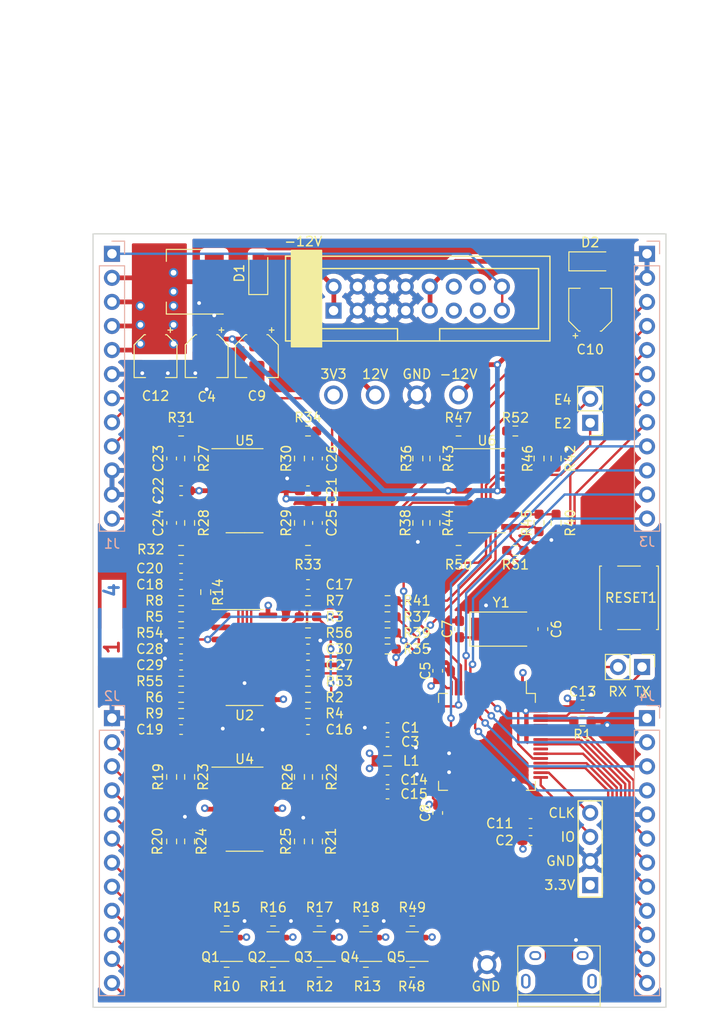
<source format=kicad_pcb>
(kicad_pcb (version 20210606) (generator pcbnew)
  (layers (0 "F.Cu" signal) (1 "In1.Cu" signal "Gnd.Cu") (2 "In2.Cu" signal "Pwr.Cu") (31 "B.Cu" signal) (34 "B.Paste" user) (35 "F.Paste" user) (36 "B.SilkS" user "B.Silkscreen") (37 "F.SilkS" user "F.Silkscreen") (38 "B.Mask" user) (39 "F.Mask" user) (44 "Edge.Cuts" user))
  (net 0 "")
  (net 1 "GND")
  (net 2 "VCC")
  (net 3 "VEE")
  (net 4 "+3V3")
  (net 5 "/Clock_Inv")
  (net 6 "/Gate1_In")
  (net 7 "/Gate2_In")
  (net 8 "/Gate3_In")
  (net 9 "/Gate4_In")
  (net 10 "/Audio1_In")
  (net 11 "/Audio2_In")
  (net 12 "/Audio3_In")
  (net 13 "/Audio4_In")
  (net 14 "/Audio1_Out")
  (net 15 "/Audio2_Out")
  (net 16 "/Audio3_Out")
  (net 17 "/Audio4_Out")
  (net 18 "/Env1_Out")
  (net 19 "/Env2_Out")
  (net 20 "/Env3_Out")
  (net 21 "/SWCLK")
  (net 22 "/SWIO")
  (net 23 "/UART3_TX")
  (net 24 "/UART3_RX")
  (net 25 "/USB_DP")
  (net 26 "/USB_DM")
  (net 27 "/Env3_Scaled")
  (net 28 "/Env1_Scaled")
  (net 29 "/Gate1_Inv")
  (net 30 "/Env2_Scaled")
  (net 31 "/Gate2_Inv")
  (net 32 "/Env4_Scaled")
  (net 33 "/Gate3_Inv")
  (net 35 "/Gate4_Inv")
  (net 36 "/RESET")
  (net 37 "+3.3VA")
  (net 38 "/LFO_Speed")
  (net 39 "/Env1_Short")
  (net 40 "/Env1_LFO")
  (net 41 "/Env2_Short")
  (net 42 "/Env2_LFO")
  (net 43 "/Env3_Short")
  (net 44 "/Env3_LFO")
  (net 45 "/Env4_Short")
  (net 46 "/Env4_LFO")
  (net 47 "/Env4_Out")
  (net 50 "/Env3_DAC")
  (net 51 "/Env1_DAC")
  (net 52 "/Env2_DAC")
  (net 57 "/Env4_DAC")
  (net 61 "/Audio1_VCA")
  (net 62 "/Audio2_VCA")
  (net 63 "/Audio3_VCA")
  (net 64 "/Audio4_VCA")
  (net 65 "/Audio1_In_Buff")
  (net 66 "Net-(R19-Pad1)")
  (net 67 "Net-(R20-Pad1)")
  (net 68 "/Audio2_In_Buff")
  (net 69 "/Audio3_In_Buff")
  (net 70 "Net-(R21-Pad1)")
  (net 71 "Net-(R22-Pad1)")
  (net 72 "/Audio4_In_Buff")
  (net 73 "Net-(C23-Pad2)")
  (net 74 "Net-(C24-Pad2)")
  (net 75 "Net-(C25-Pad2)")
  (net 76 "Net-(C26-Pad2)")
  (net 77 "Net-(Q1-Pad1)")
  (net 78 "Net-(Q2-Pad1)")
  (net 79 "Net-(Q3-Pad1)")
  (net 80 "Net-(Q4-Pad1)")
  (net 81 "Net-(C16-Pad1)")
  (net 82 "Net-(C17-Pad1)")
  (net 83 "Net-(C18-Pad1)")
  (net 84 "Net-(C19-Pad1)")
  (net 85 "Net-(C20-Pad1)")
  (net 86 "Net-(C6-Pad2)")
  (net 87 "Net-(C7-Pad2)")
  (net 88 "/EnvA_Attack")
  (net 89 "/EnvA_Decay")
  (net 90 "/EnvA_Release")
  (net 91 "/EnvA_Sustain")
  (net 92 "/EnvB_Attack")
  (net 93 "/EnvB_Decay")
  (net 94 "/EnvB_Release")
  (net 95 "/EnvB_Sustain")
  (net 96 "Net-(R2-Pad1)")
  (net 97 "Net-(R3-Pad1)")
  (net 98 "Net-(R5-Pad1)")
  (net 99 "Net-(R6-Pad1)")
  (net 100 "Net-(R14-Pad2)")
  (net 101 "/Led1_Out")
  (net 102 "/Clock_In")
  (net 103 "/Led2_Out")
  (net 104 "/Led3_Out")
  (net 105 "/Led4_Out")
  (net 106 "+12V")
  (net 107 "-12V")
  (net 108 "/Gate_In")
  (net 115 "/BOOT0")
  (net 122 "Net-(Q5-Pad1)")
  (net 123 "Net-(R36-Pad1)")
  (net 124 "Net-(R38-Pad1)")
  (net 125 "Net-(R40-Pad1)")
  (net 126 "Net-(R42-Pad1)")
  (footprint "Capacitor_SMD:CP_Elec_4x5.8" (layer "F.Cu") (at 152.5 58 90)
    (fp_text reference "C10")
    (fp_text value "22uF")
  )
  (footprint "Capacitor_SMD:C_0603_1608Metric_Pad1.08x0.95mm_HandSolder" (layer "F.Cu") (at 109.3 87)
    (fp_text reference "C18")
    (fp_text value "560pF")
  )
  (footprint "Resistor_SMD:R_0603_1608Metric_Pad0.98x0.95mm_HandSolder" (layer "F.Cu") (at 121.8 73.7 -90)
    (fp_text reference "R30")
    (fp_text value "30k")
  )
  (footprint "Capacitor_SMD:C_0603_1608Metric_Pad1.08x0.95mm_HandSolder" (layer "F.Cu") (at 122.7 77.1)
    (fp_text reference "C21")
    (fp_text value "100nF")
  )
  (footprint "Resistor_SMD:R_0603_1608Metric_Pad0.98x0.95mm_HandSolder" (layer "F.Cu") (at 144.6 83.4 180)
    (fp_text reference "R51")
    (fp_text value "1k")
  )
  (footprint "Resistor_SMD:R_0603_1608Metric_Pad0.98x0.95mm_HandSolder" (layer "F.Cu") (at 110.2 80.5 90)
    (fp_text reference "R28")
    (fp_text value "30k")
  )
  (footprint "Package_TO_SOT_SMD:SOT-23" (layer "F.Cu") (at 123.9125 125.2 180)
    (fp_text reference "Q3")
    (fp_text value "MMBT3906")
  )
  (footprint "Resistor_SMD:R_0603_1608Metric_Pad0.98x0.95mm_HandSolder" (layer "F.Cu") (at 147.1 73.7 -90)
    (fp_text reference "R46")
    (fp_text value "4k7")
  )
  (footprint "Capacitor_SMD:C_0603_1608Metric_Pad1.08x0.95mm_HandSolder" (layer "F.Cu") (at 147.5 91.7 -90)
    (fp_text reference "C6")
    (fp_text value "30pF")
  )
  (footprint "Resistor_SMD:R_0603_1608Metric_Pad0.98x0.95mm_HandSolder" (layer "F.Cu") (at 123.9125 127.9)
    (fp_text reference "R12")
    (fp_text value "1k")
  )
  (footprint "Inductor_SMD:L_0805_2012Metric_Pad1.05x1.20mm_HandSolder" (layer "F.Cu") (at 131.1 105.6)
    (fp_text reference "L1")
    (fp_text value "L_Small")
  )
  (footprint "Resistor_SMD:R_0603_1608Metric_Pad0.98x0.95mm_HandSolder" (layer "F.Cu") (at 108.3 107.3 90)
    (fp_text reference "R19")
    (fp_text value "10k")
  )
  (footprint "Capacitor_SMD:C_0603_1608Metric_Pad1.08x0.95mm_HandSolder" (layer "F.Cu") (at 109.3 85.3 180)
    (fp_text reference "C20")
    (fp_text value "10nF")
  )
  (footprint "Capacitor_SMD:C_0603_1608Metric_Pad1.08x0.95mm_HandSolder" (layer "F.Cu") (at 109.3 93.8)
    (fp_text reference "C28")
    (fp_text value "2.2nF")
  )
  (footprint "Resistor_SMD:R_0603_1608Metric_Pad0.98x0.95mm_HandSolder" (layer "F.Cu") (at 123.7 114.1 -90)
    (fp_text reference "R21")
    (fp_text value "10k")
  )
  (footprint "Resistor_SMD:R_0603_1608Metric_Pad0.98x0.95mm_HandSolder" (layer "F.Cu") (at 109.3 83.4)
    (fp_text reference "R32")
    (fp_text value "1k")
  )
  (footprint "Package_SO:SOIC-14_3.9x8.7mm_P1.27mm" (layer "F.Cu") (at 141.6 77.1)
    (fp_text reference "U6")
    (fp_text value "TL074")
  )
  (footprint "Custom_Footprints:USB_Micro-B_Amphenol" (layer "F.Cu") (at 149.2 127.5)
    (fp_text reference "J8" hide)
    (fp_text value "USB_B_Micro")
  )
  (footprint "Capacitor_SMD:CP_Elec_4x5.8" (layer "F.Cu") (at 117.3 62.9 -90)
    (fp_text reference "C9")
    (fp_text value "22uF")
  )
  (footprint "Resistor_SMD:R_0603_1608Metric_Pad0.98x0.95mm_HandSolder" (layer "F.Cu") (at 109.3 88.7)
    (fp_text reference "R8")
    (fp_text value "510R")
  )
  (footprint "Package_SO:SOIC-16_3.9x9.9mm_P1.27mm" (layer "F.Cu") (at 116 94.7)
    (fp_text reference "U2")
    (fp_text value "AS3364")
  )
  (footprint "Resistor_SMD:R_0603_1608Metric_Pad0.98x0.95mm_HandSolder" (layer "F.Cu") (at 136.1 73.7 -90)
    (fp_text reference "R43")
    (fp_text value "4k7")
  )
  (footprint "Resistor_SMD:R_0603_1608Metric_Pad0.98x0.95mm_HandSolder" (layer "F.Cu") (at 122.7 90.4)
    (fp_text reference "R3")
    (fp_text value "30k")
  )
  (footprint "Resistor_SMD:R_0603_1608Metric_Pad0.98x0.95mm_HandSolder" (layer "F.Cu") (at 121.8 107.3 -90)
    (fp_text reference "R26")
    (fp_text value "10k")
  )
  (footprint "Resistor_SMD:R_0603_1608Metric_Pad0.98x0.95mm_HandSolder" (layer "F.Cu") (at 147.1 80.5 90)
    (fp_text reference "R45")
    (fp_text value "4k7")
  )
  (footprint "Resistor_SMD:R_0603_1608Metric_Pad0.98x0.95mm_HandSolder" (layer "F.Cu") (at 109.3 90.4 180)
    (fp_text reference "R5")
    (fp_text value "30k")
  )
  (footprint "Resistor_SMD:R_0603_1608Metric_Pad0.98x0.95mm_HandSolder" (layer "F.Cu") (at 108.3 114.1 -90)
    (fp_text reference "R20")
    (fp_text value "10k")
  )
  (footprint "Capacitor_SMD:CP_Elec_4x5.8" (layer "F.Cu") (at 112 62.9 -90)
    (fp_text reference "C4")
    (fp_text value "22uF")
  )
  (footprint "Connector_PinHeader_2.54mm:PinHeader_1x02_P2.54mm_Vertical" (layer "F.Cu") (at 152.5 69.94 180)
    (fp_text reference "J9" hide)
    (fp_text value "Conn_01x02_Male")
  )
  (footprint "Resistor_SMD:R_0603_1608Metric_Pad0.98x0.95mm_HandSolder" (layer "F.Cu") (at 109.3 70.8)
    (fp_text reference "R31")
    (fp_text value "1k")
  )
  (footprint "Resistor_SMD:R_0603_1608Metric_Pad0.98x0.95mm_HandSolder" (layer "F.Cu") (at 131.1 92.1 180)
    (fp_text reference "R39")
    (fp_text value "6k8")
  )
  (footprint "Resistor_SMD:R_0603_1608Metric_Pad0.98x0.95mm_HandSolder" (layer "F.Cu") (at 144.6 70.8 180)
    (fp_text reference "R52")
    (fp_text value "1k")
  )
  (footprint "Capacitor_SMD:C_0603_1608Metric_Pad1.08x0.95mm_HandSolder" (layer "F.Cu") (at 136.4 96.1 -90)
    (fp_text reference "C5")
    (fp_text value "100nF")
  )
  (footprint "Resistor_SMD:R_0603_1608Metric_Pad0.98x0.95mm_HandSolder" (layer "F.Cu") (at 110.2 114.1 90)
    (fp_text reference "R24")
    (fp_text value "10k")
  )
  (footprint "Capacitor_SMD:C_0603_1608Metric_Pad1.08x0.95mm_HandSolder" (layer "F.Cu") (at 146.2 112.2 180)
    (fp_text reference "C11")
    (fp_text value "100nF")
  )
  (footprint "Custom_Footprints:Eurorack_16_pin_header" (layer "F.Cu") (at 125.4 58.1)
    (fp_text reference "J5" hide)
    (fp_text value "Eurorack_16_pin_power" hide)
  )
  (footprint "Resistor_SMD:R_0603_1608Metric_Pad0.98x0.95mm_HandSolder" (layer "F.Cu") (at 136.1 80.5 90)
    (fp_text reference "R44")
    (fp_text value "4k7")
  )
  (footprint "Resistor_SMD:R_0603_1608Metric_Pad0.98x0.95mm_HandSolder" (layer "F.Cu") (at 131.1 88.7 180)
    (fp_text reference "R41")
    (fp_text value "6k8")
  )
  (footprint "Resistor_SMD:R_0603_1608Metric_Pad0.98x0.95mm_HandSolder" (layer "F.Cu") (at 134.3 73.7 90)
    (fp_text reference "R36")
    (fp_text value "3k3")
  )
  (footprint "Resistor_SMD:R_0603_1608Metric_Pad0.98x0.95mm_HandSolder" (layer "F.Cu") (at 111.9 87.8 -90)
    (fp_text reference "R14")
    (fp_text value "100R")
  )
  (footprint "Resistor_SMD:R_0603_1608Metric_Pad0.98x0.95mm_HandSolder" (layer "F.Cu") (at 109.3 100.6)
    (fp_text reference "R9")
    (fp_text value "510R")
  )
  (footprint "Resistor_SMD:R_0603_1608Metric_Pad0.98x0.95mm_HandSolder" (layer "F.Cu") (at 133.7125 127.9)
    (fp_text reference "R48")
    (fp_text value "1k")
  )
  (footprint "Resistor_SMD:R_0603_1608Metric_Pad0.98x0.95mm_HandSolder" (layer "F.Cu") (at 119.0125 122.5)
    (fp_text reference "R16")
    (fp_text value "1k")
  )
  (footprint "Resistor_SMD:R_0603_1608Metric_Pad0.98x0.95mm_HandSolder" (layer "F.Cu") (at 109.3 97.2 180)
    (fp_text reference "R55")
    (fp_text value "10k")
  )
  (footprint "Capacitor_SMD:CP_Elec_4x5.8" (layer "F.Cu") (at 106.6 62.9 -90)
    (fp_text reference "C12")
    (fp_text value "22uF")
  )
  (footprint "Resistor_SMD:R_0603_1608Metric_Pad0.98x0.95mm_HandSolder" (layer "F.Cu") (at 131.1 93.8 180)
    (fp_text reference "R35")
    (fp_text value "6k8")
  )
  (footprint "Package_QFP:LQFP-64_10x10mm_P0.5mm" (layer "F.Cu") (at 141.6 103.6 -90)
    (fp_text reference "U1" hide)
    (fp_text value "STM32G431RB")
  )
  (footprint "Crystal:Crystal_SMD_5032-2Pin_5.0x3.2mm_HandSoldering" (layer "F.Cu") (at 143.1 91.7)
    (fp_text reference "Y1")
    (fp_text value "8MHz 20pF")
  )
  (footprint "Custom_Footprints:1.3mm_Test_Point" (layer "F.Cu") (at 125.4 67)
    (fp_text reference "TP2" hide)
    (fp_text value "TestPoint")
  )
  (footprint "Custom_Footprints:1.3mm_Test_Point" (layer "F.Cu") (at 138.6 67)
    (fp_text reference "TP4" hide)
    (fp_text value "TestPoint")
  )
  (footprint "Resistor_SMD:R_0603_1608Metric_Pad0.98x0.95mm_HandSolder" (layer "F.Cu") (at 122.7 100.6 180)
    (fp_text reference "R4")
    (fp_text value "510R")
  )
  (footprint "Package_TO_SOT_SMD:SOT-23" (layer "F.Cu") (at 133.7125 125.2 180)
    (fp_text reference "Q5")
    (fp_text value "MMBT3906")
  )
  (footprint "Package_SO:SOIC-14_3.9x8.7mm_P1.27mm" (layer "F.Cu") (at 116 77.1)
    (fp_text reference "U5")
    (fp_text value "TL074")
  )
  (footprint "Resistor_SMD:R_0603_1608Metric_Pad0.98x0.95mm_HandSolder" (layer "F.Cu") (at 123.7 107.3 90)
    (fp_text reference "R22")
    (fp_text value "10k")
  )
  (footprint "Resistor_SMD:R_0603_1608Metric_Pad0.98x0.95mm_HandSolder" (layer "F.Cu") (at 121.8 80.5 90)
    (fp_text reference "R29")
    (fp_text value "30k")
  )
  (footprint "Resistor_SMD:R_0603_1608Metric_Pad0.98x0.95mm_HandSolder" (layer "F.Cu") (at 119.0125 127.9)
    (fp_text reference "R11")
    (fp_text value "1k")
  )
  (footprint "Capacitor_SMD:C_0603_1608Metric_Pad1.08x0.95mm_HandSolder" (layer "F.Cu") (at 131.1 102.1)
    (fp_text reference "C1")
    (fp_text value "1uF")
  )
  (footprint "Resistor_SMD:R_0603_1608Metric_Pad0.98x0.95mm_HandSolder" (layer "F.Cu") (at 110.2 107.3 -90)
    (fp_text reference "R23")
    (fp_text value "10k")
  )
  (footprint "Resistor_SMD:R_0603_1608Metric_Pad0.98x0.95mm_HandSolder" (layer "F.Cu") (at 128.8125 122.5)
    (fp_text reference "R18")
    (fp_text value "1k")
  )
  (footprint "Resistor_SMD:R_0603_1608Metric_Pad0.98x0.95mm_HandSolder" (layer "F.Cu") (at 133.7125 122.5)
    (fp_text reference "R49")
    (fp_text value "1k")
  )
  (footprint "Resistor_SMD:R_0603_1608Metric_Pad0.98x0.95mm_HandSolder" (layer "F.Cu") (at 131.0875 90.4 180)
    (fp_text reference "R37")
    (fp_text value "6k8")
  )
  (footprint "Resistor_SMD:R_0603_1608Metric_Pad0.98x0.95mm_HandSolder" (layer "F.Cu") (at 122.7 92.1)
    (fp_text reference "R56")
    (fp_text value "10k")
  )
  (footprint "Custom_Footprints:1.3mm_Test_Point" (layer "F.Cu") (at 129.8 67)
    (fp_text reference "TP3" hide)
    (fp_text value "TestPoint")
  )
  (footprint "Diode_SMD:D_SOD-123" (layer "F.Cu") (at 117.45 54.15 90)
    (fp_text reference "D1")
    (fp_text value "1N5819")
  )
  (footprint "Resistor_SMD:R_0603_1608Metric_Pad0.98x0.95mm_HandSolder" (layer "F.Cu") (at 109.3 92.1 180)
    (fp_text reference "R54")
    (fp_text value "10k")
  )
  (footprint "Resistor_SMD:R_0603_1608Metric_Pad0.98x0.95mm_HandSolder" (layer "F.Cu") (at 114.1125 127.9)
    (fp_text reference "R10")
    (fp_text value "1k")
  )
  (footprint "Resistor_SMD:R_0603_1608Metric_Pad0.98x0.95mm_HandSolder" (layer "F.Cu") (at 138.6 70.8 180)
    (fp_text reference "R47")
    (fp_text value "1k")
  )
  (footprint "Custom_Footprints:SWD_header" (layer "F.Cu") (at 152.5 118.71 90)
    (fp_text reference "J7" hide)
    (fp_text value "SWD_Header")
  )
  (footprint "Resistor_SMD:R_0603_1608Metric_Pad0.98x0.95mm_HandSolder" (layer "F.Cu") (at 148.9 80.5 -90)
    (fp_text reference "R40")
    (fp_text value "3k3")
  )
  (footprint "Package_TO_SOT_SMD:SOT-23" (layer "F.Cu") (at 119.0125 125.2 180)
    (fp_text reference "Q2")
    (fp_text value "MMBT3906")
  )
  (footprint "Resistor_SMD:R_0603_1608Metric_Pad0.98x0.95mm_HandSolder" (layer "F.Cu") (at 134.3 80.5 -90)
    (fp_text reference "R38")
    (fp_text value "3k3")
  )
  (footprint "Capacitor_SMD:C_0603_1608Metric_Pad1.08x0.95mm_HandSolder" (layer "F.Cu") (at 146.2 114 180)
    (fp_text reference "C2")
    (fp_text value "4.7uF")
  )
  (footprint "Capacitor_SMD:C_0603_1608Metric_Pad1.08x0.95mm_HandSolder" (layer "F.Cu") (at 122.7 95.5 180)
    (fp_text reference "C27")
    (fp_text value "2.2nF")
  )
  (footprint "Resistor_SMD:R_0603_1608Metric_Pad0.98x0.95mm_HandSolder" (layer "F.Cu") (at 122.7 70.8)
    (fp_text reference "R34")
    (fp_text value "1k")
  )
  (footprint "Resistor_SMD:R_0603_1608Metric_Pad0.98x0.95mm_HandSolder" (layer "F.Cu") (at 109.3 98.9 180)
    (fp_text reference "R6")
    (fp_text value "30k")
  )
  (footprint "Capacitor_SMD:C_0603_1608Metric_Pad1.08x0.95mm_HandSolder" (layer "F.Cu") (at 122.7 93.8 180)
    (fp_text reference "C30")
    (fp_text value "2.2nF")
  )
  (footprint "Connector_PinHeader_2.54mm:PinHeader_1x02_P2.54mm_Vertical" (layer "F.Cu") (at 157.975 95.7 -90)
    (fp_text reference "J6" hide)
    (fp_text value "Conn_01x02_Male")
  )
  (footprint "Capacitor_SMD:C_0603_1608Metric_Pad1.08x0.95mm_HandSolder" (layer "F.Cu") (at 138.7 91.7 -90)
    (fp_text reference "C7")
    (fp_text value "30pF")
  )
  (footprint "Capacitor_SMD:C_0603_1608Metric_Pad1.08x0.95mm_HandSolder" (layer "F.Cu") (at 131.1 109.1)
    (fp_text reference "C15")
    (fp_text value "1uF")
  )
  (footprint "Resistor_SMD:R_0603_1608Metric_Pad0.98x0.95mm_HandSolder" (layer "F.Cu") (at 151.6875 101.4 180)
    (fp_text reference "R1")
    (fp_text value "100k")
  )
  (footprint "Package_TO_SOT_SMD:SOT-23" (layer "F.Cu") (at 114.1125 125.2 180)
    (fp_text reference "Q1")
    (fp_text value "MMBT3906")
  )
  (footprint "Capacitor_SMD:C_0603_1608Metric_Pad1.08x0.95mm_HandSolder" (layer "F.Cu") (at 108.3 73.7 90)
    (fp_text reference "C23")
    (fp_text value "100pF")
  )
  (footprint "Resistor_SMD:R_0603_1608Metric_Pad0.98x0.95mm_HandSolder" (layer "F.Cu") (at 110.2 73.7 -90)
    (fp_text reference "R27")
    (fp_text value "30k")
  )
  (footprint "Custom_Footprints:1.3mm_Test_Point" (layer "F.Cu") (at 134.2 67)
    (fp_text reference "TP1" hide)
    (fp_text value "TestPoint")
  )
  (footprint "Resistor_SMD:R_0603_1608Metric_Pad0.98x0.95mm_HandSolder" (layer "F.Cu") (at 122.7 88.7 180)
    (fp_text reference "R7")
    (fp_text value "510R")
  )
  (footprint "Capacitor_SMD:C_0603_1608Metric_Pad1.08x0.95mm_HandSolder" (layer "F.Cu") (at 131.1 103.6)
    (fp_text reference "C3")
    (fp_text value "100nF")
  )
  (footprint "Package_TO_SOT_SMD:SOT-223-3_TabPin2" (layer "F.Cu") (at 109.65 55.05 180)
    (fp_text reference "U3" hide)
    (fp_text value "LM1117-3.3")
  )
  (footprint "Resistor_SMD:R_0603_1608Metric_Pad0.98x0.95mm_HandSolder" (layer "F.Cu") (at 128.8125 127.9)
    (fp_text reference "R13")
    (fp_text value "1k")
  )
  (footprint "Capacitor_SMD:C_0603_1608Metric_Pad1.08x0.95mm_HandSolder" (layer "F.Cu") (at 122.7 102.3 180)
    (fp_text reference "C16")
    (fp_text value "560pF")
  )
  (footprint "Resistor_SMD:R_0603_1608Metric_Pad0.98x0.95mm_HandSolder" (layer "F.Cu") (at 121.8 114.1 90)
    (fp_text reference "R25")
    (fp_text value "10k")
  )
  (footprint "Resistor_SMD:R_0603_1608Metric_Pad0.98x0.95mm_HandSolder" (layer "F.Cu") (at 122.7 98.9)
    (fp_text reference "R2")
    (fp_text value "30k")
  )
  (footprint "Capacitor_SMD:C_0603_1608Metric_Pad1.08x0.95mm_HandSolder" (layer "F.Cu") (at 123.7 80.5 -90)
    (fp_text reference "C25")
    (fp_text value "100pF")
  )
  (footprint "Capacitor_SMD:C_0603_1608Metric_Pad1.08x0.95mm_HandSolder" (layer "F.Cu") (at 151.7 99.7 180)
    (fp_text reference "C13")
    (fp_text value "100nF")
  )
  (footprint "Custom_Footprints:SW_SPST_EVQQ2" (layer "F.Cu") (at 156.6 88.4 90)
    (fp_text reference "RESET1")
    (fp_text value "SW_Push")
  )
  (footprint "Capacitor_SMD:C_0603_1608Metric_Pad1.08x0.95mm_HandSolder" (layer "F.Cu") (at 108.3 80.5 -90)
    (fp_text reference "C24")
    (fp_text value "100pF")
  )
  (footprint "Capacitor_SMD:C_0603_1608Metric_Pad1.08x0.95mm_HandSolder" (layer "F.Cu") (at 109.3 102.3)
    (fp_text reference "C19")
    (fp_text value "560pF")
  )
  (footprint "Package_TO_SOT_SMD:SOT-23" (layer "F.Cu") (at 128.8125 125.2 180)
    (fp_text reference "Q4")
    (fp_text value "MMBT3906")
  )
  (footprint "Capacitor_SMD:C_0603_1608Metric_Pad1.08x0.95mm_HandSolder" (layer "F.Cu") (at 131.1 107.6)
    (fp_text reference "C14")
    (fp_text value "10nF")
  )
  (footprint "Capacitor_SMD:C_0603_1608Metric_Pad1.08x0.95mm_HandSolder" (layer "F.Cu") (at 122.7 87 180)
    (fp_text reference "C17")
    (fp_text value "560pF")
  )
  (footprint "Custom_Footprints:1.3mm_Test_Point" (layer "F.Cu") (at 141.6 127.1)
    (fp_text reference "TP5" hide)
    (fp_text value "TestPoint")
  )
  (footprint "Resistor_SMD:R_0603_1608Metric_Pad0.98x0.95mm_HandSolder" (layer "F.Cu") (at 114.1125 122.5)
    (fp_text reference "R15")
    (fp_text value "1k")
  )
  (footprint "Resistor_SMD:R_0603_1608Metric_Pad0.98x0.95mm_HandSolder" (layer "F.Cu") (at 123.9125 122.5)
    (fp_text reference "R17")
    (fp_text value "1k")
  )
  (footprint "Capacitor_SMD:C_0603_1608Metric_Pad1.08x0.95mm_HandSolder" (layer "F.Cu") (at 123.7 73.7 90)
    (fp_text reference "C26")
    (fp_text value "100pF")
  )
  (footprint "Package_SO:SOIC-14_3.9x8.7mm_P1.27mm" (layer "F.Cu") (at 116 110.7)
    (fp_text reference "U4")
    (fp_text value "TL074")
  )
  (footprint "Resistor_SMD:R_0603_1608Metric_Pad0.98x0.95mm_HandSolder" (layer "F.Cu") (at 148.9 73.7 90)
    (fp_text reference "R42")
    (fp_text value "3k3")
  )
  (footprint "Capacitor_SMD:C_0603_1608Metric_Pad1.08x0.95mm_HandSolder" (layer "F.Cu") (at 136.4 111.1 90)
    (fp_text reference "C8")
    (fp_text value "100nF")
  )
  (footprint "Resistor_SMD:R_0603_1608Metric_Pad0.98x0.95mm_HandSolder" (layer "F.Cu") (at 122.7 97.2)
    (fp_text reference "R53")
    (fp_text value "10k")
  )
  (footprint "Capacitor_SMD:C_0603_1608Metric_Pad1.08x0.95mm_HandSolder" (layer "F.Cu") (at 109.3 77.1 180)
    (fp_text reference "C22")
    (fp_text value "100nF")
  )
  (footprint "Capacitor_SMD:C_0603_1608Metric_Pad1.08x0.95mm_HandSolder" (layer "F.Cu") (at 109.3 95.5)
    (fp_text reference "C29")
    (fp_text value "2.2nF")
  )
  (footprint "Diode_SMD:D_SOD-123" (layer "F.Cu") (at 152.5 52.9)
    (fp_text reference "D2")
    (fp_text value "1N5819")
  )
  (footprint "Resistor_SMD:R_0603_1608Metric_Pad0.98x0.95mm_HandSolder" (layer "F.Cu") (at 122.7 83.4 180)
    (fp_text reference "R33")
    (fp_text value "1k")
  )
  (footprint "Custom_Footprints:4_Layer_Markers" (layer "F.Cu") (at 102 90.6 90)
    (fp_text reference "FID1" hide)
    (fp_text value "4_Layer_Marker")
  )
  (footprint "Resistor_SMD:R_0603_1608Metric_Pad0.98x0.95mm_HandSolder" (layer "F.Cu") (at 138.6 83.4)
    (fp_text reference "R50")
    (fp_text value "1k")
  )
  (footprint "Connector_PinHeader_2.54mm:PinHeader_1x12_P2.54mm_Vertical" (layer "B.Cu") (at 158.5 101.1 180)
    (fp_text reference "J4")
    (fp_text value "Conn_01x12_Male")
  )
  (footprint "Connector_PinHeader_2.54mm:PinHeader_1x12_P2.54mm_Vertical" (layer "B.Cu") (at 102 101.1 180)
    (fp_text reference "J2")
    (fp_text value "Conn_01x12_Male")
  )
  (footprint "Connector_PinHeader_2.54mm:PinHeader_1x12_P2.54mm_Vertical" (layer "B.Cu") (at 102 52.1 180)
    (fp_text reference "J1")
    (fp_text value "Conn_01x12_Male")
  )
  (footprint "Connector_PinHeader_2.54mm:PinHeader_1x12_P2.54mm_Vertical" (layer "B.Cu") (at 158.5 52.1 180)
    (fp_text reference "J3")
    (fp_text value "Conn_01x12_Male")
  )
  (gr_line (start 160.5 50) (end 160.5 131.6) (layer "Edge.Cuts") (width 0.12))
  (gr_line (start 100 50) (end 100 131.6) (layer "Edge.Cuts") (width 0.12))
  (gr_line (start 100 131.6) (end 160.5 131.6) (layer "Edge.Cuts") (width 0.12))
  (gr_line (start 100 50) (end 160.5 50) (layer "Edge.Cuts") (width 0.12))
  (gr_text "TX" (at 158 98.3) (layer "F.SilkS") (effects (font (size 1 1))))
  (gr_text "3V3" (at 125.4 64.8) (layer "F.SilkS") (effects (font (size 1 1))))
  (gr_text "GND" (at 134.2 64.8) (layer "F.SilkS") (effects (font (size 1 1))))
  (gr_text "GND" (at 141.5 129.4) (layer "F.SilkS") (effects (font (size 1 1))))
  (gr_text "-12V" (at 138.6 64.8) (layer "F.SilkS") (effects (font (size 1 1))))
  (gr_text "RX" (at 155.4 98.3) (layer "F.SilkS") (effects (font (size 1 1))))
  (gr_text "E4" (at 149.6 67.5) (layer "F.SilkS") (effects (font (size 1 1))))
  (gr_text "E2" (at 149.6 70) (layer "F.SilkS") (effects (font (size 1 1))))
  (gr_text "12V" (at 129.8 64.8) (layer "F.SilkS") (effects (font (size 1 1))))
  (segment (start 108.3 95.5) (end 107.6 94.8) (width 0.3) (layer "F.Cu") (net 1))
  (segment (start 152.6 101.4) (end 153.8755 101.4) (width 0.25) (layer "F.Cu") (net 1))
  (segment (start 117.77 75.83) (end 116.9 76.7) (width 0.25) (layer "F.Cu") (net 1))
  (segment (start 116.9 77.4) (end 117.87 78.37) (width 0.25) (layer "F.Cu") (net 1))
  (segment (start 148.9 81.8) (end 148.4 82.3) (width 0.25) (layer "F.Cu") (net 1))
  (segment (start 123.6125 97.2) (end 122.77548 98.03702) (width 0.3) (layer "F.Cu") (net 1))
  (segment (start 129.725 122.5) (end 130.7 122.5) (width 0.3) (layer "F.Cu") (net 1))
  (segment (start 108.3875 92.2125) (end 107.7 92.9) (width 0.3) (layer "F.Cu") (net 1))
  (segment (start 137.55 106.85) (end 137.6 106.8) (width 0.3) (layer "F.Cu") (net 1))
  (segment (start 112 64.7) (end 112 66.4) (width 0.3) (layer "F.Cu") (net 1))
  (segment (start 122.77548 101.36202) (end 121.8375 102.3) (width 0.3) (layer "F.Cu") (net 1))
  (segment (start 144.85 108.05) (end 144.4 107.6) (width 0.3) (layer "F.Cu") (net 1))
  (segment (start 115.025 122.5) (end 116 122.5) (width 0.3) (layer "F.Cu") (net 1))
  (segment (start 138.35048 97.043046) (end 136.544934 95.2375) (width 0.3) (layer "F.Cu") (net 1))
  (segment (start 123.5625 95.5) (end 126.4 95.5) (width 0.3) (layer "F.Cu") (net 1))
  (segment (start 110.17 111.97) (end 109.7 111.5) (width 0.3) (layer "F.Cu") (net 1))
  (segment (start 135.925 106.85) (end 137.55 106.85) (width 0.3) (layer "F.Cu") (net 1))
  (segment (start 134.75 104.85) (end 134.1 104.2) (width 0.3) (layer "F.Cu") (net 1))
  (segment (start 134.35 106.85) (end 134.2 107) (width 0.3) (layer "F.Cu") (net 1))
  (segment (start 111.25 57.35) (end 111.2 57.3) (width 0.3) (layer "F.Cu") (net 1))
  (segment (start 116.9 76.7) (end 116.9 77.4) (width 0.25) (layer "F.Cu") (net 1))
  (segment (start 134.3 81.4125) (end 134.3 82.5) (width 0.25) (layer "F.Cu") (net 1))
  (segment (start 144.85 109.275) (end 144.85 108.05) (width 0.3) (layer "F.Cu") (net 1))
  (segment (start 117.87 78.37) (end 118.475 78.37) (width 0.25) (layer "F.Cu") (net 1))
  (segment (start 112.8 57.35) (end 111.25 57.35) (width 0.3) (layer "F.Cu") (net 1))
  (segment (start 112 64.7) (end 110.8 64.7) (width 0.3) (layer "F.Cu") (net 1))
  (segment (start 113.525 111.97) (end 110.17 111.97) (width 0.3) (layer "F.Cu") (net 1))
  (segment (start 122.77548 98.03702) (end 122.77548 101.36202) (width 0.3) (layer "F.Cu") (net 1))
  (segment (start 106.6 64.7) (end 105.2 64.7) (width 0.3) (layer "F.Cu") (net 1))
  (segment (start 150.5 125) (end 151 124.5) (width 0.3) (layer "F.Cu") (net 1))
  (segment (start 119.925 122.5) (end 120.9 122.5) (width 0.3) (layer "F.Cu") (net 1))
  (segment (start 152.5625 98.6375) (end 152.6 98.6) (width 0.25) (layer "F.Cu") (net 1))
  (segment (start 106.6 64.7) (end 107.9 64.7) (width 0.3) (layer "F.Cu") (net 1))
  (segment (start 124 92.9) (end 123.5625 93.3375) (width 0.3) (layer "F.Cu") (net 1))
  (segment (start 145.75 100.35) (end 145.7 100.3) (width 0.3) (layer "F.Cu") (net 1))
  (segment (start 149.9125 72.7875) (end 150 72.7) (width 0.25) (layer "F.Cu") (net 1))
  (segment (start 135.925 104.85) (end 134.75 104.85) (width 0.3) (layer "F.Cu") (net 1))
  (segment (start 118.475 75.83) (end 117.77 75.83) (width 0.25) (layer "F.Cu") (net 1))
  (segment (start 148.9 81.4125) (end 148.9 81.8) (width 0.25) (layer "F.Cu") (net 1))
  (segment (start 110.1375 87) (end 108.4375 85.3) (width 0.3) (layer "F.Cu") (net 1))
  (segment (start 123.5625 93.3375) (end 123.5625 93.8) (width 0.3) (layer "F.Cu") (net 1))
  (segment (start 121.83 111.97) (end 122.2 111.6) (width 0.3) (layer "F.Cu") (net 1))
  (segment (start 148.9 72.7875) (end 149.9125 72.7875) (width 0.25) (layer "F.Cu") (net 1))
  (segment (start 147.275 100.35) (end 145.75 100.35) (width 0.3) (layer "F.Cu") (net 1))
  (segment (start 137.6 104.8) (end 137.55 104.85) (width 0.3) (layer "F.Cu") (net 1))
  (segment (start 153.8755 101.4) (end 154.3 101.8245) (width 0.25) (layer "F.Cu") (net 1))
  (segment (start 118.475 111.97) (end 121.83 111.97) (width 0.3) (layer "F.Cu") (net 1))
  (segment (start 137.55 104.85) (end 135.925 104.85) (width 0.3) (layer "F.Cu") (net 1))
  (segment (start 112.8 57.35) (end 112.8 58.6) (width 0.3) (layer "F.Cu") (net 1))
  (segment (start 102 101.85) (end 102 101.1) (width 0.25) (layer "F.Cu") (net 1))
  (segment (start 138.35048 97.92548) (end 138.35048 97.043046) (width 0.3) (layer "F.Cu") (net 1))
  (segment (start 150.5 126.15) (end 150.5 125) (width 0.3) (layer "F.Cu") (net 1))
  (segment (start 135.925 106.85) (end 134.35 106.85) (width 0.3) (layer "F.Cu") (net 1))
  (segment (start 152.5625 99.7) (end 152.5625 98.6375) (width 0.25) (layer "F.Cu") (net 1))
  (segment (start 124.825 122.5) (end 125.8 122.5) (width 0.3) (layer "F.Cu") (net 1))
  (via (at 145.7 100.3) (size 0.8) (drill 0.4) (layers "F.Cu" "B.Cu") (net 1))
  (via (at 110.8 64.7) (size 0.8) (drill 0.4) (layers "F.Cu" "B.Cu") (net 1))
  (via (at 107.9 64.7) (size 0.8) (drill 0.4) (layers "F.Cu" "B.Cu") (net 1))
  (via (at 120.5 75.8) (size 0.8) (drill 0.4) (layers "F.Cu" "B.Cu") (net 1))
  (via (at 134.2 107) (size 0.8) (drill 0.4) (layers "F.Cu" "B.Cu") (net 1))
  (via (at 122.2 111.6) (size 0.8) (drill 0.4) (layers "F.Cu" "B.Cu") (net 1))
  (via (at 137.6 106.8) (size 0.8) (drill 0.4) (layers "F.Cu" "B.Cu") (net 1))
  (via (at 144.4 107.6) (size 0.8) (drill 0.4) (layers "F.Cu" "B.Cu") (net 1))
  (via (at 109.7 111.5) (size 0.8) (drill 0.4) (layers "F.Cu" "B.Cu") (net 1))
  (via (at 112 66.4) (size 0.8) (drill 0.4) (layers "F.Cu" "B.Cu") (net 1))
  (via (at 135.5 93.8) (size 0.8) (drill 0.4) (layers "F.Cu" "B.Cu") (net 1))
  (via (at 116 122.5) (size 0.8) (drill 0.4) (layers "F.Cu" "B.Cu") (net 1))
  (via (at 117.9 102.3) (size 0.8) (drill 0.4) (layers "F.Cu" "B.Cu") (net 1))
  (via (at 124 92.9) (size 0.8) (drill 0.4) (layers "F.Cu" "B.Cu") (net 1))
  (via (at 107.7 92.9) (size 0.8) (drill 0.4) (layers "F.Cu" "B.Cu") (net 1))
  (via (at 150 72.7) (size 0.8) (drill 0.4) (layers "F.Cu" "B.Cu") (net 1))
  (via (at 148.4 82.3) (size 0.8) (drill 0.4) (layers "F.Cu" "B.Cu") (net 1))
  (via (at 113.7 102.2) (size 0.8) (drill 0.4) (layers "F.Cu" "B.Cu") (net 1))
  (via (at 116 97.4) (size 0.8) (drill 0.4) (layers "F.Cu" "B.Cu") (net 1))
  (via (at 137.6 104.8) (size 0.8) (drill 0.4) (layers "F.Cu" "B.Cu") (net 1))
  (via (at 130.7 122.5) (size 0.8) (drill 0.4) (layers "F.Cu" "B.Cu") (net 1))
  (via (at 134.1 104.2) (size 0.8) (drill 0.4) (layers "F.Cu" "B.Cu") (net 1))
  (via (at 112.8 58.6) (size 0.8) (drill 0.4) (layers "F.Cu" "B.Cu") (net 1))
  (via (at 125.8 122.5) (size 0.8) (drill 0.4) (layers "F.Cu" "B.Cu") (net 1))
  (via (at 141.5 89.2) (size 0.8) (drill 0.4) (layers "F.Cu" "B.Cu") (net 1))
  (via (at 128.7 102.1) (size 0.8) (drill 0.4) (layers "F.Cu" "B.Cu") (net 1))
  (via (at 151 124.5) (size 0.8) (drill 0.4) (layers "F.Cu" "B.Cu") (net 1))
  (via (at 107.6 94.8) (size 0.8) (drill 0.4) (layers "F.Cu" "B.Cu") (net 1))
  (via (at 111.2 57.3) (size 0.8) (drill 0.4) (layers "F.Cu" "B.Cu") (net 1))
  (via (at 105.2 64.7) (size 0.8) (drill 0.4) (layers "F.Cu" "B.Cu") (net 1))
  (via (at 107 78.3) (size 0.8) (drill 0.4) (layers "F.Cu" "B.Cu") (net 1))
  (via (at 126.4 95.5) (size 0.8) (drill 0.4) (layers "F.Cu" "B.Cu") (net 1))
  (via (at 134.3 82.5) (size 0.8) (drill 0.4) (layers "F.Cu" "B.Cu") (net 1))
  (via (at 120.9 122.5) (size 0.8) (drill 0.4) (layers "F.Cu" "B.Cu") (net 1))
  (via (at 152.6 98.6) (size 0.8) (drill 0.4) (layers "F.Cu" "B.Cu") (net 1))
  (via (at 154.3 101.8245) (size 0.8) (drill 0.4) (layers "F.Cu" "B.Cu") (net 1))
  (segment (start 118.475 90.255) (end 118.475 89.225) (width 0.5) (layer "F.Cu") (net 2))
  (segment (start 113.525 77.1) (end 111.2 77.1) (width 0.5) (layer "F.Cu") (net 2))
  (segment (start 111.2 77.1) (end 110.1625 77.1) (width 0.5) (layer "F.Cu") (net 2))
  (segment (start 112 61.1) (end 115.2 57.9) (width 0.5) (layer "F.Cu") (net 2))
  (segment (start 111.9 110.7) (end 111.8 110.6) (width 0.5) (layer "F.Cu") (net 2))
  (segment (start 123.9 61.1) (end 129.8 67) (width 0.5) (layer "F.Cu") (net 2))
  (segment (start 118.475 89.225) (end 118.5 89.2) (width 0.5) (layer "F.Cu") (net 2))
  (segment (start 139.125 77.1) (end 137.5 77.1) (width 0.5) (layer "F.Cu") (net 2))
  (segment (start 115.2 57.9) (end 115.2 54.9) (width 0.5) (layer "F.Cu") (net 2))
  (segment (start 115.2 54.9) (end 113.05 52.75) (width 0.5) (layer "F.Cu") (net 2))
  (segment (start 113.5 110.7) (end 111.9 110.7) (width 0.5) (layer "F.Cu") (net 2))
  (segment (start 117.3 61.1) (end 117.3 55.95) (width 0.5) (layer "F.Cu") (net 2))
  (segment (start 112 61.1) (end 117.3 61.1) (width 0.5) (layer "F.Cu") (net 2))
  (segment (start 117.3 61.1) (end 123.9 61.1) (width 0.5) (layer "F.Cu") (net 2))
  (via (at 111.8 110.6) (size 0.8) (drill 0.4) (layers "F.Cu" "B.Cu") (net 2))
  (via (at 111.2 77.1) (size 0.8) (drill 0.4) (layers "F.Cu" "B.Cu") (net 2))
  (via (at 118.5 89.2) (size 0.8) (drill 0.4) (layers "F.Cu" "B.Cu") (net 2))
  (via (at 114.7 61.1) (size 0.8) (drill 0.4) (layers "F.Cu" "B.Cu") (net 2))
  (via (at 137.5 77.1) (size 0.8) (drill 0.4) (layers "F.Cu" "B.Cu") (net 2))
  (segment (start 137.5 77.1) (end 130.7 77.1) (width 0.5) (layer "B.Cu") (net 2))
  (segment (start 130.7 77.1) (end 114.7 61.1) (width 0.5) (layer "B.Cu") (net 2))
  (segment (start 111.2 77.1) (end 111.250489 77.150489) (width 0.5) (layer "B.Cu") (net 2))
  (segment (start 120.4 77.1) (end 118.45 77.1) (width 0.5) (layer "F.Cu") (net 3))
  (segment (start 154.15 52.9) (end 154.15 54.55) (width 0.5) (layer "F.Cu") (net 3))
  (segment (start 150.3 56.2) (end 152.5 56.2) (width 0.5) (layer "F.Cu") (net 3))
  (segment (start 120.4 77.1) (end 120.4 77.9495) (width 0.5) (layer "F.Cu") (net 3))
  (segment (start 142.7 63.8) (end 150.3 56.2) (width 0.5) (layer "F.Cu") (net 3))
  (segment (start 122.1125 77.1) (end 120.4 77.1) (width 0.5) (layer "F.Cu") (net 3))
  (segment (start 120 110.6) (end 119.9 110.7) (width 0.5) (layer "F.Cu") (net 3))
  (segment (start 120.055 99.145) (end 118.475 99.145) (width 0.5) (layer "F.Cu") (net 3))
  (segment (start 154.15 54.55) (end 152.5 56.2) (width 0.5) (layer "F.Cu") (net 3))
  (segment (start 142.7 77.1) (end 144.075 77.1) (width 0.5) (layer "F.Cu") (net 3))
  (segment (start 141.8 63.8) (end 142.7 63.8) (width 0.5) (layer "F.Cu") (net 3))
  (segment (start 120.1 99.1) (end 120.055 99.145) (width 0.5) (layer "F.Cu") (net 3))
  (segment (start 119.9 110.7) (end 118.475 110.7) (width 0.5) (layer "F.Cu") (net 3))
  (segment (start 138.6 67) (end 141.8 63.8) (width 0.5) (layer "F.Cu") (net 3))
  (via (at 142.7 77.1) (size 0.8) (drill 0.4) (layers "F.Cu" "B.Cu") (net 3))
  (via (at 120 110.6) (size 0.8) (drill 0.4) (layers "F.Cu" "B.Cu") (net 3))
  (via (at 120.1 99.1) (size 0.8) (drill 0.4) (layers "F.Cu" "B.Cu") (net 3))
  (via (at 120.4 77.9495) (size 0.8) (drill 0.4) (layers "F.Cu" "B.Cu") (net 3))
  (via (at 142.7 63.8) (size 0.8) (drill 0.4) (layers "F.Cu" "B.Cu") (net 3))
  (segment (start 142.7 77.1) (end 140.2 77.1) (width 0.5) (layer "B.Cu") (net 3))
  (segment (start 139.3505 77.9495) (end 120.4 77.9495) (width 0.5) (layer "B.Cu") (net 3))
  (segment (start 140.2 77.1) (end 139.3505 77.9495) (width 0.5) (layer "B.Cu") (net 3))
  (segment (start 142.7 63.8) (end 142.7 77.1) (width 0.5) (layer "B.Cu") (net 3))
  (segment (start 145.35 97.925) (end 145.35 96.35) (width 0.3) (layer "F.Cu") (net 4))
  (segment (start 106.5 55.05) (end 106.5 61) (width 0.5) (layer "F.Cu") (net 4))
  (segment (start 125.95 124.25) (end 126 124.2) (width 0.3) (layer "F.Cu") (net 4))
  (segment (start 115.05 124.25) (end 116.15 124.25) (width 0.3) (layer "F.Cu") (net 4))
  (segment (start 116.15 124.25) (end 116.2 124.2) (width 0.3) (layer "F.Cu") (net 4))
  (segment (start 135.75 124.25) (end 135.8 124.2) (width 0.3) (layer "F.Cu") (net 4))
  (segment (start 137.85 97.925) (end 137.3625 97.925) (width 0.25) (layer "F.Cu") (net 4))
  (segment (start 102 62.26) (end 104.34 62.26) (width 0.5) (layer "F.Cu") (net 4))
  (segment (start 104.58 57.18) (end 105 57.6) (width 0.5) (layer "F.Cu") (net 4))
  (segment (start 102 59.72) (end 104.88 59.72) (width 0.5) (layer "F.Cu") (net 4))
  (segment (start 145.35 96.35) (end 145.4 96.3) (width 0.3) (layer "F.Cu") (net 4))
  (segment (start 145.3375 114.8375) (end 145.4 114.9) (width 0.3) (layer "F.Cu") (net 4))
  (segment (start 150.8 99.7) (end 150.1 99) (width 0.3) (layer "F.Cu") (net 4))
  (segment (start 129.2 106.4) (end 129.2 106.35) (width 0.3) (layer "F.Cu") (net 4))
  (segment (start 104.88 59.72) (end 105 59.6) (width 0.5) (layer "F.Cu") (net 4))
  (segment (start 124.85 124.25) (end 125.95 124.25) (width 0.3) (layer "F.Cu") (net 4))
  (segment (start 136.4 110.2375) (end 135.5375 110.2375) (width 0.3) (layer "F.Cu") (net 4))
  (segment (start 129.75 124.25) (end 130.85 124.25) (width 0.3) (layer "F.Cu") (net 4))
  (segment (start 102 54.64) (end 106.09 54.64) (width 0.5) (layer "F.Cu") (net 4))
  (segment (start 145.35 109.275) (end 145.35 113.9875) (width 0.25) (layer "F.Cu") (net 4))
  (segment (start 137.3625 97.925) (end 136.4 96.9625) (width 0.25) (layer "F.Cu") (net 4))
  (segment (start 136.4 97) (end 135.7 97.7) (width 0.3) (layer "F.Cu") (net 4))
  (segment (start 147.275 99.85) (end 150.4875 99.85) (width 0.25) (layer "F.Cu") (net 4))
  (segment (start 135.9 109.5375) (end 136.4 110.0375) (width 0.25) (layer "F.Cu") (net 4))
  (segment (start 135.9 107.375) (end 135.9 109.5375) (width 0.25) (layer "F.Cu") (net 4))
  (segment (start 129.95 105.55) (end 129.2 104.8) (width 0.3) (layer "F.Cu") (net 4))
  (segment (start 121.05 124.25) (end 121.1 124.2) (width 0.3) (layer "F.Cu") (net 4))
  (segment (start 104.34 62.26) (end 105 61.6) (width 0.5) (layer "F.Cu") (net 4))
  (segment (start 134.65 124.25) (end 135.75 124.25) (width 0.3) (layer "F.Cu") (net 4))
  (segment (start 119.95 124.25) (end 121.05 124.25) (width 0.3) (layer "F.Cu") (net 4))
  (segment (start 112.8 55.05) (end 106.5 55.05) (width 0.5) (layer "F.Cu") (net 4))
  (segment (start 130.85 124.25) (end 130.9 124.2) (width 0.3) (layer "F.Cu") (net 4))
  (segment (start 129.2 106.35) (end 129.95 105.6) (width 0.3) (layer "F.Cu") (net 4))
  (segment (start 135.5375 110.2375) (end 135.5 110.2) (width 0.3) (layer "F.Cu") (net 4))
  (segment (start 145.3375 114) (end 145.3375 114.8375) (width 0.3) (layer "F.Cu") (net 4))
  (segment (start 102 57.18) (end 104.58 57.18) (width 0.5) (layer "F.Cu") (net 4))
  (via (at 108.5 61.6) (size 1) (drill 0.6) (layers "F.Cu" "B.Cu") (net 4))
  (via (at 129.2 106.4) (size 0.8) (drill 0.4) (layers "F.Cu" "B.Cu") (net 4))
  (via (at 105 59.6) (size 1) (drill 0.6) (layers "F.Cu" "B.Cu") (net 4))
  (via (at 129.2 104.8) (size 0.8) (drill 0.4) (layers "F.Cu" "B.Cu") (net 4))
  (via (at 145.4 96.3) (size 0.8) (drill 0.4) (layers "F.Cu" "B.Cu") (net 4))
  (via (at 108.5 57.6) (size 1) (drill 0.6) (layers "F.Cu" "B.Cu") (net 4))
  (via (at 121.1 124.2) (size 0.8) (drill 0.4) (layers "F.Cu" "B.Cu") (net 4))
  (via (at 135.7 97.7) (size 0.8) (drill 0.4) (layers "F.Cu" "B.Cu") (net 4))
  (via (at 150.1 99) (size 0.8) (drill 0.4) (layers "F.Cu" "B.Cu") (net 4))
  (via (at 126 124.2) (size 0.8) (drill 0.4) (layers "F.Cu" "B.Cu") (net 4))
  (via (at 108.5 59.6) (size 1) (drill 0.6) (layers "F.Cu" "B.Cu") (net 4))
  (via (at 105 57.6) (size 1) (drill 0.6) (layers "F.Cu" "B.Cu") (net 4))
  (via (at 108.5 54.1) (size 1) (drill 0.6) (layers "F.Cu" "B.Cu") (net 4))
  (via (at 108.5 56.1) (size 1) (drill 0.6) (layers "F.Cu" "B.Cu") (net 4))
  (via (at 135.8 124.2) (size 0.8) (drill 0.4) (layers "F.Cu" "B.Cu") (net 4))
  (via (at 145.4 114.9) (size 0.8) (drill 0.4) (layers "F.Cu" "B.Cu") (net 4))
  (via (at 105 61.6) (size 1) (drill 0.6) (layers "F.Cu" "B.Cu") (net 4))
  (via (at 116.2 124.2) (size 0.8) (drill 0.4) (layers "F.Cu" "B.Cu") (net 4))
  (via (at 130.9 124.2) (size 0.8) (drill 0.4) (layers "F.Cu" "B.Cu") (net 4))
  (via (at 135.5 110.2) (size 0.8) (drill 0.4) (layers "F.Cu" "B.Cu") (net 4))
  (segment (start 142.85 111.292872) (end 142.85 109.275) (width 0.25) (layer "F.Cu") (net 5))
  (segment (start 132.8 121.342871) (end 142.85 111.292872) (width 0.25) (layer "F.Cu") (net 5))
  (segment (start 132.8 122.5) (end 132.8 121.342871) (width 0.25) (layer "F.Cu") (net 5))
  (segment (start 132.775 125.2) (end 132.775 122.525) (width 0.25) (layer "F.Cu") (net 5))
  (segment (start 111.02 127.9) (end 102 118.88) (width 0.25) (layer "F.Cu") (net 6))
  (segment (start 113.2 127.9) (end 111.02 127.9) (width 0.25) (layer "F.Cu") (net 6))
  (segment (start 109.27952 128.69952) (end 102 121.42) (width 0.25) (layer "F.Cu") (net 7))
  (segment (start 117.30048 128.69952) (end 109.27952 128.69952) (width 0.25) (layer "F.Cu") (net 7))
  (segment (start 118.1 127.9) (end 117.30048 128.69952) (width 0.25) (layer "F.Cu") (net 7))
  (segment (start 102 123.96) (end 107.18904 129.14904) (width 0.25) (layer "F.Cu") (net 8))
  (segment (start 123 127.9) (end 121.75096 129.14904) (width 0.25) (layer "F.Cu") (net 8))
  (segment (start 121.75096 129.14904) (end 107.18904 129.14904) (width 0.25) (layer "F.Cu") (net 8))
  (segment (start 127.9 127.9) (end 126.20144 129.59856) (width 0.25) (layer "F.Cu") (net 9))
  (segment (start 105.09856 129.59856) (end 102 126.5) (width 0.25) (layer "F.Cu") (net 9))
  (segment (start 126.20144 129.59856) (end 105.09856 129.59856) (width 0.25) (layer "F.Cu") (net 9))
  (segment (start 108.3 106.3875) (end 104.7475 106.3875) (width 0.25) (layer "F.Cu") (net 10))
  (segment (start 104.7475 106.3875) (end 102 103.64) (width 0.25) (layer "F.Cu") (net 10))
  (segment (start 104.3 108.48) (end 102 106.18) (width 0.25) (layer "F.Cu") (net 11))
  (segment (start 104.3 110.9675) (end 104.3 108.48) (width 0.25) (layer "F.Cu") (net 11))
  (segment (start 108.3 114.9675) (end 104.3 110.9675) (width 0.25) (layer "F.Cu") (net 11))
  (segment (start 108.70096 117.30096) (end 121.41154 117.30096) (width 0.25) (layer "F.Cu") (net 12))
  (segment (start 103.7 112.3) (end 108.70096 117.30096) (width 0.25) (layer "F.Cu") (net 12))
  (segment (start 103.7 110.42) (end 103.7 112.3) (width 0.25) (layer "F.Cu") (net 12))
  (segment (start 121.41154 117.30096) (end 123.7 115.0125) (width 0.25) (layer "F.Cu") (net 12))
  (segment (start 102 108.72) (end 103.7 110.42) (width 0.25) (layer "F.Cu") (net 12))
  (segment (start 125.1 107.8) (end 123.7 106.4) (width 0.25) (layer "F.Cu") (net 13))
  (segment (start 108.49048 117.75048) (end 122.44952 117.75048) (width 0.25) (layer "F.Cu") (net 13))
  (segment (start 122.44952 117.75048) (end 125.1 115.1) (width 0.25) (layer "F.Cu") (net 13))
  (segment (start 102 111.26) (end 108.49048 117.75048) (width 0.25) (layer "F.Cu") (net 13))
  (segment (start 125.1 115.1) (end 125.1 107.8) (width 0.25) (layer "F.Cu") (net 13))
  (segment (start 105.0275 80.04) (end 108.3875 83.4) (width 0.25) (layer "F.Cu") (net 14))
  (segment (start 102 80.04) (end 105.0275 80.04) (width 0.25) (layer "F.Cu") (net 14))
  (segment (start 102 72.42) (end 103.62 70.8) (width 0.25) (layer "F.Cu") (net 15))
  (segment (start 103.62 70.8) (end 108.3875 70.8) (width 0.25) (layer "F.Cu") (net 15))
  (segment (start 121.7575 70.83) (end 119.1275 68.2) (width 0.25) (layer "F.Cu") (net 16))
  (segment (start 103.68 68.2) (end 102 69.88) (width 0.25) (layer "F.Cu") (net 16))
  (segment (start 119.1275 68.2) (end 103.68 68.2) (width 0.25) (layer "F.Cu") (net 16))
  (segment (start 125.25 81.7625) (end 123.6125 83.4) (width 0.25) (layer "F.Cu") (net 17))
  (segment (start 102 67.34) (end 122.19 67.34) (width 0.25) (layer "F.Cu") (net 17))
  (segment (start 125.25 70.4) (end 125.25 81.7625) (width 0.25) (layer "F.Cu") (net 17))
  (segment (start 122.19 67.34) (end 125.25 70.4) (width 0.25) (layer "F.Cu") (net 17))
  (segment (start 138.0125 73.29) (end 137.45 72.7275) (width 0.25) (layer "F.Cu") (net 18))
  (segment (start 154.42 63.8) (end 158.5 59.72) (width 0.25) (layer "F.Cu") (net 18))
  (segment (start 139.125 73.29) (end 138.0125 73.29) (width 0.25) (layer "F.Cu") (net 18))
  (segment (start 137.45 72.7275) (end 136.125 72.7275) (width 0.25) (layer "F.Cu") (net 18))
  (segment (start 146.3775 63.8) (end 137.45 72.7275) (width 0.25) (layer "F.Cu") (net 18))
  (segment (start 146.3775 63.8) (end 154.42 63.8) (width 0.25) (layer "F.Cu") (net 18))
  (segment (start 149.377366 75.42452) (end 145.42452 75.42452) (width 0.25) (layer "F.Cu") (net 19))
  (segment (start 141.5 76.5) (end 141.5 83.9) (width 0.25) (layer "F.Cu") (net 19))
  (segment (start 137.6875 83.4) (end 137.6875 81.975) (width 0.25) (layer "F.Cu") (net 19))
  (segment (start 138.9875 84.7) (end 137.6875 83.4) (width 0.25) (layer "F.Cu") (net 19))
  (segment (start 152.5 72.301886) (end 149.377366 75.42452) (width 0.25) (layer "F.Cu") (net 19))
  (segment (start 145.20548 75.20548) (end 142.79452 75.20548) (width 0.25) (layer "F.Cu") (net 19))
  (segment (start 140.7 84.7) (end 138.9875 84.7) (width 0.25) (layer "F.Cu") (net 19))
  (segment (start 142.79452 75.20548) (end 141.5 76.5) (width 0.25) (layer "F.Cu") (net 19))
  (segment (start 145.42452 75.42452) (end 145.20548 75.20548) (width 0.25) (layer "F.Cu") (net 19))
  (segment (start 139.125 80.91) (end 137.65875 80.91) (width 0.25) (layer "F.Cu") (net 19))
  (segment (start 152.5 69.94) (end 152.5 72.301886) (width 0.25) (layer "F.Cu") (net 19))
  (segment (start 137.6875 81.975) (end 137.125 81.4125) (width 0.25) (layer "F.Cu") (net 19))
  (segment (start 137.125 81.4125) (end 136.1 81.4125) (width 0.25) (layer "F.Cu") (net 19))
  (segment (start 141.5 83.9) (end 140.7 84.7) (width 0.25) (layer "F.Cu") (net 19))
  (segment (start 137.65875 80.91) (end 137.225 81.34375) (width 0.25) (layer "F.Cu") (net 19))
  (segment (start 158.5 67.34) (end 150.4 75.44) (width 0.25) (layer "F.Cu") (net 20))
  (segment (start 145.5125 83.4) (end 144.1 81.9875) (width 0.25) (layer "F.Cu") (net 20))
  (segment (start 147.1 81.4125) (end 146.5975 80.91) (width 0.25) (layer "F.Cu") (net 20))
  (segment (start 150.4 81.9) (end 148.9 83.4) (width 0.25) (layer "F.Cu") (net 20))
  (segment (start 150.4 75.44) (end 150.4 81.9) (width 0.25) (layer "F.Cu") (net 20))
  (segment (start 146.5975 80.91) (end 144.075 80.91) (width 0.25) (layer "F.Cu") (net 20))
  (segment (start 157.76 67.34) (end 158.5 67.34) (width 0.25) (layer "F.Cu") (net 20))
  (segment (start 148.9 83.4) (end 145.5125 83.4) (width 0.25) (layer "F.Cu") (net 20))
  (segment (start 144.1 81.9875) (end 144.1 80.95) (width 0.25) (layer "F.Cu") (net 20))
  (segment (start 147.275 106.85) (end 148.122078 106.85) (width 0.25) (layer "F.Cu") (net 21))
  (segment (start 148.122078 106.85) (end 152.5 111.227922) (width 0.25) (layer "F.Cu") (net 21))
  (segment (start 147.275 107.35) (end 147.275 108.175) (width 0.25) (layer "F.Cu") (net 22))
  (segment (start 147.275 108.175) (end 152.5 113.4) (width 0.25) (layer "F.Cu") (net 22))
  (segment (start 153.7 100.5) (end 157.975 96.225) (width 0.25) (layer "F.Cu") (net 23))
  (segment (start 150.385614 100.5) (end 153.7 100.5) (width 0.25) (layer "F.Cu") (net 23))
  (segment (start 150.035614 100.85) (end 150.385614 100.5) (width 0.25) (layer "F.Cu") (net 23))
  (segment (start 147.275 100.85) (end 150.035614 100.85) (width 0.25) (layer "F.Cu") (net 23))
  (segment (start 144.9 99.64808) (end 145.07404 99.47404) (width 0.25) (layer "F.Cu") (net 24))
  (segment (start 147.275 105.35) (end 146.427922 105.35) (width 0.25) (layer "F.Cu") (net 24))
  (segment (start 145.861678 99.47404) (end 149.635718 95.7) (width 0.25) (layer "F.Cu") (net 24))
  (segment (start 146.427922 105.35) (end 144.9 103.822078) (width 0.25) (layer "F.Cu") (net 24))
  (segment (start 149.635718 95.7) (end 155.435 95.7) (width 0.25) (layer "F.Cu") (net 24))
  (segment (start 145.07404 99.47404) (end 145.861678 99.47404) (width 0.25) (layer "F.Cu") (net 24))
  (segment (start 144.9 103.822078) (end 144.9 99.64808) (width 0.25) (layer "F.Cu") (net 24))
  (segment (start 149.2 121.3) (end 149.2 126.15) (width 0.25) (layer "F.Cu") (net 25))
  (segment (start 144.35 109.275) (end 144.35 116.45) (width 0.25) (layer "F.Cu") (net 25))
  (segment (start 144.35 116.45) (end 149.2 121.3) (width 0.25) (layer "F.Cu") (net 25))
  (segment (start 143.85 116.65) (end 143.85 109.275) (width 0.25) (layer "F.Cu") (net 26))
  (segment (start 148.55 121.35) (end 143.85 116.65) (width 0.25) (layer "F.Cu") (net 26))
  (segment (start 148.55 126.15) (end 148.55 121.35) (width 0.25) (layer "F.Cu") (net 26))
  (segment (start 121.8375 95.5) (end 121.8375 96.5375) (width 0.25) (layer "F.Cu") (net 27))
  (segment (start 118.475 96.605) (end 121.77 96.605) (width 0.25) (layer "F.Cu") (net 27))
  (segment (start 127.625 96.3625) (end 121.8375 96.3625) (width 0.25) (layer "F.Cu") (net 27))
  (segment (start 121.8375 96.5375) (end 121.8375 97.15) (width 0.25) (layer "F.Cu") (net 27))
  (segment (start 130.1875 93.8) (end 127.625 96.3625) (width 0.25) (layer "F.Cu") (net 27))
  (segment (start 121.77 96.605) (end 121.8375 96.5375) (width 0.25) (layer "F.Cu") (net 27))
  (segment (start 112.105 92.795) (end 113.525 92.795) (width 0.25) (layer "F.Cu") (net 28))
  (segment (start 110.2125 92.8875) (end 110.305 92.795) (width 0.25) (layer "F.Cu") (net 28))
  (segment (start 110.2125 92.1) (end 110.2125 93.75) (width 0.25) (layer "F.Cu") (net 28))
  (segment (start 125 90.4) (end 130.175 90.4) (width 0.25) (layer "F.Cu") (net 28))
  (segment (start 110.305 92.795) (end 112.105 92.795) (width 0.25) (layer "F.Cu") (net 28))
  (via (at 125 90.4) (size 0.8) (drill 0.4) (layers "F.Cu" "B.Cu") (net 28))
  (via (at 112.105 92.795) (size 0.8) (drill 0.4) (layers "F.Cu" "B.Cu") (net 28))
  (segment (start 114.5 90.4) (end 112.105 92.795) (width 0.25) (layer "B.Cu") (net 28))
  (segment (start 125 90.4) (end 114.5 90.4) (width 0.25) (layer "B.Cu") (net 28))
  (segment (start 113.2 122.5) (end 116.59904 119.10096) (width 0.25) (layer "F.Cu") (net 29))
  (segment (start 116.59904 119.10096) (end 132.44904 119.10096) (width 0.25) (layer "F.Cu") (net 29))
  (segment (start 132.44904 119.10096) (end 138.85 112.7) (width 0.25) (layer "F.Cu") (net 29))
  (segment (start 138.85 112.7) (end 138.85 109.275) (width 0.25) (layer "F.Cu") (net 29))
  (segment (start 113.175 125.2) (end 113.175 122.525) (width 0.25) (layer "F.Cu") (net 29))
  (segment (start 113.525 96.605) (end 110.23 96.605) (width 0.25) (layer "F.Cu") (net 30))
  (segment (start 110.23 96.605) (end 110.1625 96.5375) (width 0.25) (layer "F.Cu") (net 30))
  (segment (start 120.884104 94.6) (end 119.503624 95.98048) (width 0.25) (layer "F.Cu") (net 30))
  (segment (start 110.1625 95.5) (end 110.1625 96.5375) (width 0.25) (layer "F.Cu") (net 30))
  (segment (start 114.81952 95.98048) (end 114.195 96.605) (width 0.25) (layer "F.Cu") (net 30))
  (segment (start 119.503624 95.98048) (end 114.81952 95.98048) (width 0.25) (layer "F.Cu") (net 30))
  (segment (start 130.1875 92.1) (end 127.6875 94.6) (width 0.25) (layer "F.Cu") (net 30))
  (segment (start 110.1625 96.5375) (end 110.1625 97.15) (width 0.25) (layer "F.Cu") (net 30))
  (segment (start 127.6875 94.6) (end 120.884104 94.6) (width 0.25) (layer "F.Cu") (net 30))
  (segment (start 118.1 122.5) (end 121.04952 119.55048) (width 0.25) (layer "F.Cu") (net 31))
  (segment (start 139.35 112.885718) (end 139.35 109.275) (width 0.25) (layer "F.Cu") (net 31))
  (segment (start 132.685238 119.55048) (end 139.35 112.885718) (width 0.25) (layer "F.Cu") (net 31))
  (segment (start 118.075 125.2) (end 118.075 122.525) (width 0.25) (layer "F.Cu") (net 31))
  (segment (start 121.04952 119.55048) (end 132.685238 119.55048) (width 0.25) (layer "F.Cu") (net 31))
  (segment (start 122.59952 91.28798) (end 121.7875 92.1) (width 0.25) (layer "F.Cu") (net 32))
  (segment (start 121.795 92.795) (end 121.8375 92.8375) (width 0.25) (layer "F.Cu") (net 32))
  (segment (start 121.8375 92.8375) (end 121.8375 92.15) (width 0.25) (layer "F.Cu") (net 32))
  (segment (start 121.8375 93.8) (end 121.8375 92.8375) (width 0.25) (layer "F.Cu") (net 32))
  (segment (start 118.475 92.795) (end 121.795 92.795) (width 0.25) (layer "F.Cu") (net 32))
  (segment (start 129.38798 89.49952) (end 122.90048 89.49952) (width 0.25) (layer "F.Cu") (net 32))
  (segment (start 122.59952 89.80048) (end 122.59952 91.28798) (width 0.25) (layer "F.Cu") (net 32))
  (segment (start 130.1875 88.7) (end 129.38798 89.49952) (width 0.25) (layer "F.Cu") (net 32))
  (segment (start 122.90048 89.49952) (end 122.59952 89.80048) (width 0.25) (layer "F.Cu") (net 32))
  (segment (start 122.975 125.2) (end 122.975 122.525) (width 0.25) (layer "F.Cu") (net 33))
  (segment (start 139.85 109.275) (end 139.85 113.021436) (width 0.25) (layer "F.Cu") (net 33))
  (segment (start 139.85 113.021436) (end 132.871436 120) (width 0.25) (layer "F.Cu") (net 33))
  (segment (start 125.5 120) (end 132.871436 120) (width 0.25) (layer "F.Cu") (net 33))
  (segment (start 125.5 120) (end 123 122.5) (width 0.25) (layer "F.Cu") (net 33))
  (segment (start 129.7 120.7) (end 132.807154 120.7) (width 0.25) (layer "F.Cu") (net 35))
  (segment (start 132.807154 120.7) (end 140.35 113.157154) (width 0.25) (layer "F.Cu") (net 35))
  (segment (start 127.875 125.2) (end 127.875 122.525) (width 0.25) (layer "F.Cu") (net 35))
  (segment (start 140.35 113.157154) (end 140.35 109.275) (width 0.25) (layer "F.Cu") (net 35))
  (segment (start 127.9 122.5) (end 129.7 120.7) (width 0.25) (layer "F.Cu") (net 35))
  (segment (start 154.6 85) (end 154.6 91.8) (width 0.25) (layer "F.Cu") (net 36))
  (segment (start 152.9 91.8) (end 154.6 91.8) (width 0.25) (layer "F.Cu") (net 36))
  (segment (start 142.35 98.772078) (end 142.602442 99.02452) (width 0.25) (layer "F.Cu") (net 36))
  (segment (start 142.35 97.925) (end 142.35 98.772078) (width 0.25) (layer "F.Cu") (net 36))
  (segment (start 142.602442 99.02452) (end 145.67548 99.02452) (width 0.25) (layer "F.Cu") (net 36))
  (segment (start 145.67548 99.02452) (end 152.9 91.8) (width 0.25) (layer "F.Cu") (net 36))
  (segment (start 131.9625 107.6) (end 131.9625 105.8875) (width 0.3) (layer "F.Cu") (net 37))
  (segment (start 131.9625 103.6) (end 131.9625 105.3125) (width 0.3) (layer "F.Cu") (net 37))
  (segment (start 131.9625 107.6) (end 133.7125 105.85) (width 0.25) (layer "F.Cu") (net 37))
  (segment (start 131.9625 102.1) (end 131.9625 103.6) (width 0.3) (layer "F.Cu") (net 37))
  (segment (start 135.925 105.35) (end 133.7125 105.35) (width 0.25) (layer "F.Cu") (net 37))
  (segment (start 131.9625 109.1) (end 131.9625 107.6) (width 0.3) (layer "F.Cu") (net 37))
  (segment (start 133.7125 105.85) (end 135.925 105.85) (width 0.25) (layer "F.Cu") (net 37))
  (segment (start 133.7125 105.35) (end 131.9625 103.6) (width 0.25) (layer "F.Cu") (net 37))
  (segment (start 137.85 112.382141) (end 132.032141 118.2) (width 0.25) (layer "F.Cu") (net 38))
  (segment (start 132.032141 118.2) (end 106.4 118.2) (width 0.25) (layer "F.Cu") (net 38))
  (segment (start 106.4 118.2) (end 102 113.8) (width 0.25) (layer "F.Cu") (net 38))
  (segment (start 137.85 109.275) (end 137.85 112.382141) (width 0.25) (layer "F.Cu") (net 38))
  (segment (start 151.65 102.85) (end 147.275 102.85) (width 0.25) (layer "F.Cu") (net 39))
  (segment (start 156.64856 114.48856) (end 156.64856 107.84856) (width 0.25) (layer "F.Cu") (net 39))
  (segment (start 158.5 116.34) (end 156.64856 114.48856) (width 0.25) (layer "F.Cu") (net 39))
  (segment (start 156.64856 107.84856) (end 151.65 102.85) (width 0.25) (layer "F.Cu") (net 39))
  (segment (start 147.275 102.35) (end 151.785717 102.35) (width 0.25) (layer "F.Cu") (net 40))
  (segment (start 157.09808 107.662363) (end 157.09808 112.39808) (width 0.25) (layer "F.Cu") (net 40))
  (segment (start 151.785717 102.35) (end 157.09808 107.662363) (width 0.25) (layer "F.Cu") (net 40))
  (segment (start 157.09808 112.39808) (end 158.5 113.8) (width 0.25) (layer "F.Cu") (net 40))
  (segment (start 155.74952 118.66952) (end 158.5 121.42) (width 0.25) (layer "F.Cu") (net 41))
  (segment (start 147.275 103.85) (end 151.378564 103.85) (width 0.25) (layer "F.Cu") (net 41))
  (segment (start 155.74952 108.220957) (end 155.74952 118.66952) (width 0.25) (layer "F.Cu") (net 41))
  (segment (start 151.378564 103.85) (end 155.74952 108.220957) (width 0.25) (layer "F.Cu") (net 41))
  (segment (start 156.19904 116.57904) (end 158.5 118.88) (width 0.25) (layer "F.Cu") (net 42))
  (segment (start 147.275 103.35) (end 151.514282 103.35) (width 0.25) (layer "F.Cu") (net 42))
  (segment (start 151.514282 103.35) (end 156.19904 108.03476) (width 0.25) (layer "F.Cu") (net 42))
  (segment (start 156.19904 108.03476) (end 156.19904 116.57904) (width 0.25) (layer "F.Cu") (net 42))
  (segment (start 147.275 105.85) (end 152.107128 105.85) (width 0.25) (layer "F.Cu") (net 43))
  (segment (start 154.84952 122.84952) (end 158.5 126.5) (width 0.25) (layer "F.Cu") (net 43))
  (segment (start 152.107128 105.85) (end 154.84952 108.592392) (width 0.25) (layer "F.Cu") (net 43))
  (segment (start 154.84952 108.592392) (end 154.84952 122.84952) (width 0.25) (layer "F.Cu") (net 43))
  (segment (start 155.3 120.76) (end 155.3 108.407154) (width 0.25) (layer "F.Cu") (net 44))
  (segment (start 151.742846 104.85) (end 147.275 104.85) (width 0.25) (layer "F.Cu") (net 44))
  (segment (start 155.3 108.407154) (end 151.742846 104.85) (width 0.25) (layer "F.Cu") (net 44))
  (segment (start 158.5 123.96) (end 155.3 120.76) (width 0.25) (layer "F.Cu") (net 44))
  (segment (start 132.216419 118.65144) (end 104.31144 118.65144) (width 0.25) (layer "F.Cu") (net 45))
  (segment (start 138.35 112.517859) (end 132.216419 118.65144) (width 0.25) (layer "F.Cu") (net 45))
  (segment (start 104.31144 118.65144) (end 102 116.34) (width 0.25) (layer "F.Cu") (net 45))
  (segment (start 138.35 109.275) (end 138.35 112.517859) (width 0.25) (layer "F.Cu") (net 45))
  (segment (start 154.4 108.77859) (end 154.4 124.94) (width 0.25) (layer "F.Cu") (net 46))
  (segment (start 151.97141 106.35) (end 154.4 108.77859) (width 0.25) (layer "F.Cu") (net 46))
  (segment (start 154.4 124.94) (end 158.5 129.04) (width 0.25) (layer "F.Cu") (net 46))
  (segment (start 147.275 106.35) (end 151.97141 106.35) (width 0.25) (layer "F.Cu") (net 46))
  (segment (start 145.5125 70.8) (end 144.075 72.2375) (width 0.25) (layer "F.Cu") (net 47))
  (segment (start 146.5625 73.29) (end 147.125 72.7275) (width 0.25) (layer "F.Cu") (net 47))
  (segment (start 144.075 73.29) (end 146.5625 73.29) (width 0.25) (layer "F.Cu") (net 47))
  (segment (start 147.1125 72.7875) (end 152.5 67.4) (width 0.25) (layer "F.Cu") (net 47))
  (segment (start 144.075 72.2375) (end 144.075 73.29) (width 0.25) (layer "F.Cu") (net 47))
  (segment (start 132 94.7) (end 132.0125 94.6875) (width 0.25) (layer "F.Cu") (net 50))
  (segment (start 132 94.7) (end 132.0125 94.7125) (width 0.25) (layer "F.Cu") (net 50))
  (segment (start 132.0125 100.784578) (end 135.077922 103.85) (width 0.25) (layer "F.Cu") (net 50))
  (segment (start 135.61855 91.28145) (end 142.5 84.4) (width 0.25) (layer "F.Cu") (net 50))
  (segment (start 132.0125 94.6875) (end 132.0125 93.8) (width 0.25) (layer "F.Cu") (net 50))
  (segment (start 142.93 78.37) (end 144.075 78.37) (width 0.25) (layer "F.Cu") (net 50))
  (segment (start 135.077922 103.85) (end 135.925 103.85) (width 0.25) (layer "F.Cu") (net 50))
  (segment (start 132.0125 94.7125) (end 132.0125 100.784578) (width 0.25) (layer "F.Cu") (net 50))
  (segment (start 142.5 78.8) (end 142.93 78.37) (width 0.25) (layer "F.Cu") (net 50))
  (segment (start 142.5 84.4) (end 142.5 78.8) (width 0.25) (layer "F.Cu") (net 50))
  (via (at 132 94.7) (size 0.8) (drill 0.4) (layers "F.Cu" "B.Cu") (net 50))
  (via (at 135.61855 91.28145) (size 0.8) (drill 0.4) (layers "F.Cu" "B.Cu") (net 50))
  (segment (start 132 94.7) (end 132.125 94.7) (width 0.25) (layer "B.Cu") (net 50))
  (segment (start 135.54355 91.28145) (end 135.61855 91.28145) (width 0.25) (layer "B.Cu") (net 50))
  (segment (start 132.125 94.7) (end 135.54355 91.28145) (width 0.25) (layer "B.Cu") (net 50))
  (segment (start 135.925 100.35) (end 134.95 100.35) (width 0.25) (layer "F.Cu") (net 51))
  (segment (start 134.4 99.8) (end 134.4 92.8) (width 0.25) (layer "F.Cu") (net 51))
  (segment (start 134.4 92.8) (end 132 90.4) (width 0.25) (layer "F.Cu") (net 51))
  (segment (start 131.20048 80.263802) (end 135.634282 75.83) (width 0.25) (layer "F.Cu") (net 51))
  (segment (start 131.20048 89.60048) (end 131.20048 80.263802) (width 0.25) (layer "F.Cu") (net 51))
  (segment (start 132 90.4) (end 131.20048 89.60048) (width 0.25) (layer "F.Cu") (net 51))
  (segment (start 135.634282 75.83) (end 139.125 75.83) (width 0.25) (layer "F.Cu") (net 51))
  (segment (start 134.95 100.35) (end 134.4 99.8) (width 0.25) (layer "F.Cu") (net 51))
  (segment (start 132.8 79.3) (end 133.73 78.37) (width 0.25) (layer "F.Cu") (net 52))
  (segment (start 133.8 93.8875) (end 132.80625 92.89375) (width 0.25) (layer "F.Cu") (net 52))
  (segment (start 134.45 100.85) (end 133.8 100.2) (width 0.25) (layer "F.Cu") (net 52))
  (segment (start 132.8 87.7) (end 132.8 79.3) (width 0.25) (layer "F.Cu") (net 52))
  (segment (start 133.8 100.2) (end 133.8 93.8875) (width 0.25) (layer "F.Cu") (net 52))
  (segment (start 135.925 100.85) (end 134.45 100.85) (width 0.25) (layer "F.Cu") (net 52))
  (segment (start 132.80625 92.89375) (end 132.0125 92.1) (width 0.25) (layer "F.Cu") (net 52))
  (segment (start 133.73 78.37) (end 139.125 78.37) (width 0.25) (layer "F.Cu") (net 52))
  (via (at 132.8 87.7) (size 0.8) (drill 0.4) (layers "F.Cu" "B.Cu") (net 52))
  (via (at 132.80625 92.89375) (size 0.8) (drill 0.4) (layers "F.Cu" "B.Cu") (net 52))
  (segment (start 132.8 87.7) (end 132.8 92.8875) (width 0.25) (layer "B.Cu") (net 52))
  (segment (start 132.8 92.8875) (end 132.80625 92.89375) (width 0.25) (layer "B.Cu") (net 52))
  (segment (start 142.87 75.83) (end 144.075 75.83) (width 0.25) (layer "F.Cu") (net 57))
  (segment (start 132.0125 88.7) (end 137.4 88.7) (width 0.25) (layer "F.Cu") (net 57))
  (segment (start 141.975489 76.724511) (end 142.87 75.83) (width 0.25) (layer "F.Cu") (net 57))
  (segment (start 141.975489 84.124511) (end 141.975489 76.724511) (width 0.25) (layer "F.Cu") (net 57))
  (segment (start 138.85 95.5375) (end 132.0125 88.7) (width 0.25) (layer "F.Cu") (net 57))
  (segment (start 138.85 97.925) (end 138.85 95.5375) (width 0.25) (layer "F.Cu") (net 57))
  (segment (start 137.4 88.7) (end 141.975489 84.124511) (width 0.25) (layer "F.Cu") (net 57))
  (segment (start 114.235 94.065) (end 115.35048 92.94952) (width 0.25) (layer "F.Cu") (net 61))
  (segment (start 114.3875 79.5875) (end 110.2 79.5875) (width 0.25) (layer "F.Cu") (net 61))
  (segment (start 115.35048 80.55048) (end 114.3875 79.5875) (width 0.25) (layer "F.Cu") (net 61))
  (segment (start 115.35048 92.94952) (end 115.35048 80.55048) (width 0.25) (layer "F.Cu") (net 61))
  (segment (start 110.2 79.5875) (end 108.35 79.5875) (width 0.25) (layer "F.Cu") (net 61))
  (segment (start 115.8 93.7) (end 114.165 95.335) (width 0.25) (layer "F.Cu") (net 62))
  (segment (start 114.46 74.56) (end 115.8 75.9) (width 0.25) (layer "F.Cu") (net 62))
  (segment (start 113.525 74.56) (end 110.2525 74.56) (width 0.25) (layer "F.Cu") (net 62))
  (segment (start 113.525 74.56) (end 114.46 74.56) (width 0.25) (layer "F.Cu") (net 62))
  (segment (start 110.475 74.5125) (end 108.35 74.5125) (width 0.25) (layer "F.Cu") (net 62))
  (segment (start 115.8 75.9) (end 115.8 93.7) (width 0.25) (layer "F.Cu") (net 62))
  (segment (start 118.45 74.56) (end 121.9275 74.56) (width 0.3) (layer "F.Cu") (net 63))
  (segment (start 118.45 74.56) (end 117.54 74.56) (width 0.25) (layer "F.Cu") (net 63))
  (segment (start 116.25048 93.70048) (end 117.885 95.335) (width 0.25) (layer "F.Cu") (net 63))
  (segment (start 116.25048 75.84952) (end 116.25048 93.70048) (width 0.25) (layer "F.Cu") (net 63))
  (segment (start 121.975 74.5125) (end 123.925 74.5125) (width 0.3) (layer "F.Cu") (net 63))
  (segment (start 117.54 74.56) (end 116.25048 75.84952) (width 0.25) (layer "F.Cu") (net 63))
  (segment (start 117.815 94.065) (end 116.7 92.95) (width 0.25) (layer "F.Cu") (net 64))
  (segment (start 116.7 92.95) (end 116.7 80.59) (width 0.25) (layer "F.Cu") (net 64))
  (segment (start 118.45 79.64) (end 121.9275 79.64) (width 0.3) (layer "F.Cu") (net 64))
  (segment (start 116.7 80.59) (end 117.65 79.64) (width 0.25) (layer "F.Cu") (net 64))
  (segment (start 121.85 79.6375) (end 123.7 79.6375) (width 0.25) (layer "F.Cu") (net 64))
  (segment (start 110.7575 106.945) (end 110.2 106.3875) (width 0.25) (layer "F.Cu") (net 65))
  (segment (start 106.75 102.95) (end 110.1875 106.3875) (width 0.25) (layer "F.Cu") (net 65))
  (segment (start 113.525 106.945) (end 110.7575 106.945) (width 0.25) (layer "F.Cu") (net 65))
  (segment (start 106.75 92.0375) (end 106.75 102.95) (width 0.25) (layer "F.Cu") (net 65))
  (segment (start 108.3875 90.4) (end 106.75 92.0375) (width 0.25) (layer "F.Cu") (net 65))
  (segment (start 113.47 108.16) (end 110.6025 108.16) (width 0.25) (layer "F.Cu") (net 66))
  (segment (start 110.6025 108.16) (end 110.5475 108.215) (width 0.25) (layer "F.Cu") (net 66))
  (segment (start 108.3 108.2125) (end 110.2 108.2125) (width 0.25) (layer "F.Cu") (net 66))
  (segment (start 108.655 113.1875) (end 108.5 113.3425) (width 0.25) (layer "F.Cu") (net 67))
  (segment (start 113.525 113.24) (end 110.2525 113.24) (width 0.25) (layer "F.Cu") (net 67))
  (segment (start 108.3 113.1875) (end 110.2 113.1875) (width 0.25) (layer "F.Cu") (net 67))
  (segment (start 108.7 104.2) (end 107.2 102.7) (width 0.25) (layer "F.Cu") (net 68))
  (segment (start 115.2 114.5) (end 115.75 113.95) (width 0.25) (layer "F.Cu") (net 68))
  (segment (start 115.75 113.95) (end 115.75 104.5625) (width 0.25) (layer "F.Cu") (net 68))
  (segment (start 107.2 102.7) (end 107.2 100.0875) (width 0.25) (layer "F.Cu") (net 68))
  (segment (start 107.2 100.0875) (end 108.3875 98.9) (width 0.25) (layer "F.Cu") (net 68))
  (segment (start 115.75 104.5625) (end 115.3875 104.2) (width 0.25) (layer "F.Cu") (net 68))
  (segment (start 113.59 114.5) (end 115.2 114.5) (width 0.25) (layer "F.Cu") (net 68))
  (segment (start 112.2425 115.0125) (end 110.2 115.0125) (width 0.25) (layer "F.Cu") (net 68))
  (segment (start 115.3875 104.2) (end 108.7 104.2) (width 0.25) (layer "F.Cu") (net 68))
  (segment (start 112.69 114.565) (end 112.2425 115.0125) (width 0.25) (layer "F.Cu") (net 68))
  (segment (start 116.2 113.9) (end 116.2 104.6) (width 0.25) (layer "F.Cu") (net 69))
  (segment (start 124.7 99.9875) (end 123.6125 98.9) (width 0.25) (layer "F.Cu") (net 69))
  (segment (start 118.475 114.51) (end 116.81 114.51) (width 0.25) (layer "F.Cu") (net 69))
  (segment (start 119.21 114.51) (end 119.7125 115.0125) (width 0.25) (layer "F.Cu") (net 69))
  (segment (start 119.7125 115.0125) (end 121.8 115.0125) (width 0.25) (layer "F.Cu") (net 69))
  (segment (start 123.5 104.2) (end 124.7 103) (width 0.25) (layer "F.Cu") (net 69))
  (segment (start 124.7 103) (end 124.7 99.9875) (width 0.25) (layer "F.Cu") (net 69))
  (segment (start 116.2 104.6) (end 116.6 104.2) (width 0.25) (layer "F.Cu") (net 69))
  (segment (start 116.81 114.51) (end 116.2 113.9) (width 0.25) (layer "F.Cu") (net 69))
  (segment (start 116.6 104.2) (end 123.5 104.2) (width 0.25) (layer "F.Cu") (net 69))
  (segment (start 118.475 113.24) (end 121.7475 113.24) (width 0.25) (layer "F.Cu") (net 70))
  (segment (start 121.8 113.1875) (end 123.7 113.1875) (width 0.25) (layer "F.Cu") (net 70))
  (segment (start 121.5 108.1675) (end 123.5 108.1675) (width 0.25) (layer "F.Cu") (net 71))
  (segment (start 118.475 108.215) (end 121.4525 108.215) (width 0.25) (layer "F.Cu") (net 71))
  (segment (start 123.686197 104.64952) (end 120.77048 104.64952) (width 0.25) (layer "F.Cu") (net 72))
  (segment (start 125.1 93.8) (end 125.1 91.8875) (width 0.25) (layer "F.Cu") (net 72))
  (segment (start 123.686197 104.64952) (end 125.14952 103.186198) (width 0.25) (layer "F.Cu") (net 72))
  (segment (start 125.14952 97.44952) (end 125.14952 103.186198) (width 0.25) (layer "F.Cu") (net 72))
  (segment (start 121.3 106.9) (end 121.29 106.89) (width 0.25) (layer "F.Cu") (net 72))
  (segment (start 120.77048 104.64952) (end 118.475 106.945) (width 0.25) (layer "F.Cu") (net 72))
  (segment (start 125.1 97.4) (end 125.14952 97.44952) (width 0.25) (layer "F.Cu") (net 72))
  (segment (start 121.29 106.89) (end 118.475 106.89) (width 0.25) (layer "F.Cu") (net 72))
  (segment (start 121.8 106.4) (end 121.3 106.9) (width 0.25) (layer "F.Cu") (net 72))
  (segment (start 125.1 91.8875) (end 123.6125 90.4) (width 0.25) (layer "F.Cu") (net 72))
  (via (at 125.1 97.4) (size 0.8) (drill 0.4) (layers "F.Cu" "B.Cu") (net 72))
  (via (at 125.1 93.8) (size 0.8) (drill 0.4) (layers "F.Cu" "B.Cu") (net 72))
  (segment (start 125.1 97.4) (end 125.1 93.8) (width 0.25) (layer "B.Cu") (net 72))
  (segment (start 110.2 72.7875) (end 110.2 70.8125) (width 0.25) (layer "F.Cu") (net 73))
  (segment (start 113.5 73.29) (end 110.7025 73.29) (width 0.25) (layer "F.Cu") (net 73))
  (segment (start 110.7025 73.29) (end 110.2 72.7875) (width 0.25) (layer "F.Cu") (net 73))
  (segment (start 110.2 72.7875) (end 108.35 72.7875) (width 0.25) (layer "F.Cu") (net 73))
  (segment (start 110.69 80.91) (end 110.2 81.4) (width 0.25) (layer "F.Cu") (net 74))
  (segment (start 110.2 81.4125) (end 108.35 81.4125) (width 0.25) (layer "F.Cu") (net 74))
  (segment (start 110.2125 83.4) (end 110.2125 81.425) (width 0.25) (layer "F.Cu") (net 74))
  (segment (start 113.5 80.91) (end 110.69 80.91) (width 0.25) (layer "F.Cu") (net 74))
  (segment (start 118.475 80.91) (end 121.2975 80.91) (width 0.25) (layer "F.Cu") (net 75))
  (segment (start 121.2975 80.91) (end 121.8 81.4125) (width 0.25) (layer "F.Cu") (net 75))
  (segment (start 121.8 81.4125) (end 121.8 83.3875) (width 0.25) (layer "F.Cu") (net 75))
  (segment (start 121.8 81.4125) (end 123.65 81.4125) (width 0.25) (layer "F.Cu") (net 75))
  (segment (start 123.6125 72.75) (end 123.6125 70.8) (width 0.25) (layer "F.Cu") (net 76))
  (segment (start 121.3725 73.29) (end 121.975 72.6875) (width 0.3) (layer "F.Cu") (net 76))
  (segment (start 118.45 73.29) (end 121.3725 73.29) (width 0.3) (layer "F.Cu") (net 76))
  (segment (start 121.8 72.7875) (end 123.65 72.7875) (width 0.25) (layer "F.Cu") (net 76))
  (segment (start 115.025 127.9) (end 115.025 126.175) (width 0.25) (layer "F.Cu") (net 77))
  (segment (start 119.925 127.9) (end 119.925 126.175) (width 0.25) (layer "F.Cu") (net 78))
  (segment (start 124.825 127.9) (end 124.825 126.175) (width 0.25) (layer "F.Cu") (net 79))
  (segment (start 129.725 127.9) (end 129.725 126.175) (width 0.25) (layer "F.Cu") (net 80))
  (segment (start 123.6125 100.6) (end 123.6125 102.25) (width 0.25) (layer "F.Cu") (net 81))
  (segment (start 123.5625 87) (end 123.5625 88.65) (width 0.25) (layer "F.Cu") (net 82))
  (segment (start 108.4375 87) (end 108.4375 88.65) (width 0.25) (layer "F.Cu") (net 83))
  (segment (start 108.4375 102.3) (end 108.4375 100.65) (width 0.25) (layer "F.Cu") (net 84))
  (segment (start 111.75 86.8875) (end 110.1625 85.3) (width 0.25) (layer "F.Cu") (net 85))
  (segment (start 145.025 91.7) (end 143.35 93.375) (width 0.25) (layer "F.Cu") (net 86))
  (segment (start 147.5 92.5875) (end 145.8875 92.5875) (width 0.25) (layer "F.Cu") (net 86))
  (segment (start 143.35 93.375) (end 143.35 97.925) (width 0.25) (layer "F.Cu") (net 86))
  (segment (start 141.15 91.725) (end 142.85 93.425) (width 0.25) (layer "F.Cu") (net 87))
  (segment (start 138.7 92.5875) (end 140.2625 92.5875) (width 0.25) (layer "F.Cu") (net 87))
  (segment (start 142.85 93.425) (end 142.85 97.925) (width 0.25) (layer "F.Cu") (net 87))
  (segment (start 142.712766 100.09059) (end 141.85 99.227824) (width 0.25) (layer "F.Cu") (net 88))
  (segment (start 141.85 99.227824) (end 141.85 97.925) (width 0.25) (layer "F.Cu") (net 88))
  (via (at 142.712766 100.09059) (size 0.8) (drill 0.4) (layers "F.Cu" "B.Cu") (net 88))
  (segment (start 142.712766 100.09059) (end 143.722176 101.1) (width 0.25) (layer "B.Cu") (net 88))
  (segment (start 143.722176 101.1) (end 158.5 101.1) (width 0.25) (layer "B.Cu") (net 88))
  (segment (start 142.712766 100.09059) (end 142.712766 100.112766) (width 0.25) (layer "B.Cu") (net 88))
  (segment (start 141.35 100.137573) (end 141.35 97.925) (width 0.25) (layer "F.Cu") (net 89))
  (segment (start 142.059414 100.846987) (end 141.35 100.137573) (width 0.25) (layer "F.Cu") (net 89))
  (via (at 142.059414 100.846987) (size 0.8) (drill 0.4) (layers "F.Cu" "B.Cu") (net 89))
  (segment (start 144.852427 103.64) (end 158.5 103.64) (width 0.25) (layer "B.Cu") (net 89))
  (segment (start 142.059414 100.846987) (end 144.852427 103.64) (width 0.25) (layer "B.Cu") (net 89))
  (segment (start 142.059414 100.846987) (end 142.146987 100.846987) (width 0.25) (layer "B.Cu") (net 89))
  (segment (start 140.7 102.5) (end 140.35 102.15) (width 0.25) (layer "F.Cu") (net 90))
  (segment (start 140.35 102.15) (end 140.35 97.925) (width 0.25) (layer "F.Cu") (net 90))
  (via (at 140.7 102.5) (size 0.8) (drill 0.4) (layers "F.Cu" "B.Cu") (net 90))
  (segment (start 140.7 102.5) (end 146.92 108.72) (width 0.25) (layer "B.Cu") (net 90))
  (segment (start 146.92 108.72) (end 158.5 108.72) (width 0.25) (layer "B.Cu") (net 90))
  (segment (start 141.409155 101.606045) (end 140.87548 101.07237) (width 0.25) (layer "F.Cu") (net 91))
  (segment (start 140.87548 97.95048) (end 140.85 97.925) (width 0.25) (layer "F.Cu") (net 91))
  (segment (start 140.87548 101.07237) (end 140.87548 97.95048) (width 0.25) (layer "F.Cu") (net 91))
  (via (at 141.409155 101.606045) (size 0.8) (drill 0.4) (layers "F.Cu" "B.Cu") (net 91))
  (segment (start 141.409155 101.606045) (end 141.409155 101.609155) (width 0.25) (layer "B.Cu") (net 91))
  (segment (start 141.409155 101.606045) (end 145.98311 106.18) (width 0.25) (layer "B.Cu") (net 91))
  (segment (start 145.98311 106.18) (end 158.5 106.18) (width 0.25) (layer "B.Cu") (net 91))
  (segment (start 140.0745 95.413357) (end 139.85 95.637857) (width 0.25) (layer "F.Cu") (net 92))
  (segment (start 139.85 95.637857) (end 139.85 97.925) (width 0.25) (layer "F.Cu") (net 92))
  (via (at 140.0745 95.413357) (size 0.8) (drill 0.4) (layers "F.Cu" "B.Cu") (net 92))
  (segment (start 148.56 80.04) (end 158.5 80.04) (width 0.25) (layer "B.Cu") (net 92))
  (segment (start 140.124511 95.363346) (end 140.124511 88.475489) (width 0.25) (layer "B.Cu") (net 92))
  (segment (start 140.0745 95.413357) (end 140.124511 95.363346) (width 0.25) (layer "B.Cu") (net 92))
  (segment (start 140.124511 88.475489) (end 148.56 80.04) (width 0.25) (layer "B.Cu") (net 92))
  (segment (start 139.4 94.5) (end 139.35 94.55) (width 0.25) (layer "F.Cu") (net 93))
  (segment (start 139.35 94.55) (end 139.35 97.925) (width 0.25) (layer "F.Cu") (net 93))
  (via (at 139.4 94.5) (size 0.8) (drill 0.4) (layers "F.Cu" "B.Cu") (net 93))
  (segment (start 139.4 94.5) (end 139.4 87.9) (width 0.25) (layer "B.Cu") (net 93))
  (segment (start 139.4 87.9) (end 149.8 77.5) (width 0.25) (layer "B.Cu") (net 93))
  (segment (start 149.8 77.5) (end 159.1 77.5) (width 0.25) (layer "B.Cu") (net 93))
  (segment (start 137.8 102.6) (end 137.05 103.35) (width 0.25) (layer "F.Cu") (net 94))
  (segment (start 137.8 101.1) (end 137.8 102.6) (width 0.25) (layer "F.Cu") (net 94))
  (segment (start 137.05 103.35) (end 135.925 103.35) (width 0.25) (layer "F.Cu") (net 94))
  (via (at 137.8 101.1) (size 0.8) (drill 0.4) (layers "F.Cu" "B.Cu") (net 94))
  (segment (start 137.8 86.9) (end 152.28 72.42) (width 0.25) (layer "B.Cu") (net 94))
  (segment (start 152.28 72.42) (end 158.5 72.42) (width 0.25) (layer "B.Cu") (net 94))
  (segment (start 137.8 101.1) (end 137.8 86.9) (width 0.25) (layer "B.Cu") (net 94))
  (segment (start 138.45 99.85) (end 135.925 99.85) (width 0.25) (layer "F.Cu") (net 95))
  (segment (start 138.6 99.7) (end 138.45 99.85) (width 0.25) (layer "F.Cu") (net 95))
  (via (at 138.6 99.7) (size 0.8) (drill 0.4) (layers "F.Cu" "B.Cu") (net 95))
  (segment (start 138.6 87.1) (end 150.74 74.96) (width 0.25) (layer "B.Cu") (net 95))
  (segment (start 138.6 99.7) (end 138.6 87.1) (width 0.25) (layer "B.Cu") (net 95))
  (segment (start 150.74 74.96) (end 158.5 74.96) (width 0.25) (layer "B.Cu") (net 95))
  (segment (start 121.7875 98.9) (end 121.7875 100.6) (width 0.25) (layer "F.Cu") (net 96))
  (segment (start 120.7625 97.875) (end 118.475 97.875) (width 0.25) (layer "F.Cu") (net 96))
  (segment (start 121.7875 98.9) (end 120.7625 97.875) (width 0.25) (layer "F.Cu") (net 96))
  (segment (start 120.6625 91.525) (end 121.7875 90.4) (width 0.25) (layer "F.Cu") (net 97))
  (segment (start 118.475 91.525) (end 120.6625 91.525) (width 0.25) (layer "F.Cu") (net 97))
  (segment (start 121.7875 88.7) (end 121.7875 90.4) (width 0.25) (layer "F.Cu") (net 97))
  (segment (start 111.3375 91.525) (end 110.2125 90.4) (width 0.25) (layer "F.Cu") (net 98))
  (segment (start 110.2125 88.7) (end 110.2125 90.4) (width 0.25) (layer "F.Cu") (net 98))
  (segment (start 113.525 91.525) (end 111.3375 91.525) (width 0.25) (layer "F.Cu") (net 98))
  (segment (start 110.2125 98.9) (end 110.2125 100.6) (width 0.25) (layer "F.Cu") (net 99))
  (segment (start 113.525 97.875) (end 111.2375 97.875) (width 0.25) (layer "F.Cu") (net 99))
  (segment (start 111.2375 97.875) (end 110.2125 98.9) (width 0.25) (layer "F.Cu") (net 99))
  (segment (start 111.9 88.7125) (end 111.9 89.2) (width 0.25) (layer "F.Cu") (net 100))
  (segment (start 111.9 89.2) (end 112.855 90.155) (width 0.25) (layer "F.Cu") (net 100))
  (segment (start 145.00202 63.35048) (end 137.6875 70.665) (width 0.25) (layer "F.Cu") (net 101))
  (segment (start 158.5 57.18) (end 152.32952 63.35048) (width 0.25) (layer "F.Cu") (net 101))
  (segment (start 152.32952 63.35048) (end 145.00202 63.35048) (width 0.25) (layer "F.Cu") (net 101))
  (segment (start 103.00808 130.04808) (end 102 129.04) (width 0.25) (layer "F.Cu") (net 102))
  (segment (start 130.65192 130.04808) (end 103.00808 130.04808) (width 0.25) (layer "F.Cu") (net 102))
  (segment (start 132.8 127.9) (end 130.65192 130.04808) (width 0.25) (layer "F.Cu") (net 102))
  (segment (start 141.05048 71.785238) (end 148.535718 64.3) (width 0.25) (layer "F.Cu") (net 103))
  (segment (start 139.5125 83.4) (end 141.05048 81.86202) (width 0.25) (layer "F.Cu") (net 103))
  (segment (start 148.535718 64.3) (end 156.46 64.3) (width 0.25) (layer "F.Cu") (net 103))
  (segment (start 156.46 64.3) (end 158.5 62.26) (width 0.25) (layer "F.Cu") (net 103))
  (segment (start 141.05048 81.86202) (end 141.05048 71.785238) (width 0.25) (layer "F.Cu") (net 103))
  (segment (start 150.84952 82.086197) (end 150.84952 77.53048) (width 0.25) (layer "F.Cu") (net 104))
  (segment (start 143.6875 83.4) (end 144.9875 84.7) (width 0.25) (layer "F.Cu") (net 104))
  (segment (start 144.9875 84.7) (end 148.235717 84.7) (width 0.25) (layer "F.Cu") (net 104))
  (segment (start 150.84952 77.53048) (end 158.5 69.88) (width 0.25) (layer "F.Cu") (net 104))
  (segment (start 148.235717 84.7) (end 150.84952 82.086197) (width 0.25) (layer "F.Cu") (net 104))
  (segment (start 149.6875 64.8) (end 143.6875 70.8) (width 0.25) (layer "F.Cu") (net 105))
  (segment (start 158.5 64.8) (end 149.6875 64.8) (width 0.25) (layer "F.Cu") (net 105))
  (segment (start 125.43 55.58) (end 122.35 52.5) (width 0.5) (layer "F.Cu") (net 106))
  (segment (start 122.35 52.5) (end 117.45 52.5) (width 0.5) (layer "F.Cu") (net 106))
  (segment (start 125.43 58.12) (end 125.43 55.58) (width 0.5) (layer "F.Cu") (net 106))
  (segment (start 135.59 55.58) (end 138.27 52.9) (width 0.5) (layer "F.Cu") (net 107))
  (segment (start 138.27 52.9) (end 150.85 52.9) (width 0.5) (layer "F.Cu") (net 107))
  (segment (start 135.59 58.12) (end 135.59 55.58) (width 0.5) (layer "F.Cu") (net 107))
  (segment (start 143.21 58.12) (end 143.21 55.58) (width 0.25) (layer "F.Cu") (net 108))
  (segment (start 143.21 55.58) (end 139.73 52.1) (width 0.25) (layer "B.Cu") (net 108))
  (segment (start 139.73 52.1) (end 102 52.1) (width 0.25) (layer "B.Cu") (net 108))
  (segment (start 150.525 101.35) (end 147.275 101.35) (width 0.25) (layer "F.Cu") (net 115))
  (segment (start 134.625 127.9) (end 134.625 126.175) (width 0.25) (layer "F.Cu") (net 122))
  (segment (start 134.3 74.6125) (end 136.1 74.6125) (width 0.25) (layer "F.Cu") (net 123))
  (segment (start 139.15 74.6) (end 136.1725 74.6) (width 0.25) (layer "F.Cu") (net 123))
  (segment (start 134.3 79.5875) (end 136.1 79.5875) (width 0.25) (layer "F.Cu") (net 124))
  (segment (start 139.125 79.64) (end 136.1525 79.64) (width 0.25) (layer "F.Cu") (net 124))
  (segment (start 147.1 79.5875) (end 148.9 79.5875) (width 0.25) (layer "F.Cu") (net 125))
  (segment (start 147.0875 79.6) (end 144.275 79.6) (width 0.25) (layer "F.Cu") (net 125))
  (segment (start 144.14 74.56) (end 147.0375 74.56) (width 0.25) (layer "F.Cu") (net 126))
  (segment (start 148.84 74.5525) (end 147.125 74.5525) (width 0.25) (layer "F.Cu") (net 126))
  (zone (net 4) (net_name "+3V3") (layer "F.Cu") (connect_pads yes (clearance 0.508)) (min_thickness 0.254) (fill yes (thermal_gap 0.508) (thermal_bridge_width 0.508))
    (polygon (pts (xy 109.9 62.7) (xy 104.1 62.7) (xy 104.1 51) (xy 109.9 51)))
  )
  (zone (net 1) (net_name "GND") (layers "F.Cu" "In1.Cu" "B.Cu") (connect_pads (clearance 0.508)) (min_thickness 0.254) (fill yes (thermal_gap 0.508) (thermal_bridge_width 0.508))
    (polygon (pts (xy 161 132.1) (xy 99.5 132.1) (xy 99.5 63.3) (xy 110.5 63.3) (xy 110.5 49.6) (xy 161 49.6)))
  )
)
</source>
